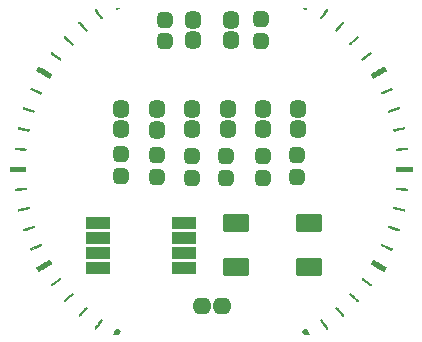
<source format=gts>
G04 #@! TF.GenerationSoftware,KiCad,Pcbnew,(6.0.1)*
G04 #@! TF.CreationDate,2022-05-01T16:09:43+05:30*
G04 #@! TF.ProjectId,BCD watch V1.0,42434420-7761-4746-9368-2056312e302e,rev?*
G04 #@! TF.SameCoordinates,Original*
G04 #@! TF.FileFunction,Soldermask,Top*
G04 #@! TF.FilePolarity,Negative*
%FSLAX46Y46*%
G04 Gerber Fmt 4.6, Leading zero omitted, Abs format (unit mm)*
G04 Created by KiCad (PCBNEW (6.0.1)) date 2022-05-01 16:09:43*
%MOMM*%
%LPD*%
G01*
G04 APERTURE LIST*
G04 Aperture macros list*
%AMRoundRect*
0 Rectangle with rounded corners*
0 $1 Rounding radius*
0 $2 $3 $4 $5 $6 $7 $8 $9 X,Y pos of 4 corners*
0 Add a 4 corners polygon primitive as box body*
4,1,4,$2,$3,$4,$5,$6,$7,$8,$9,$2,$3,0*
0 Add four circle primitives for the rounded corners*
1,1,$1+$1,$2,$3*
1,1,$1+$1,$4,$5*
1,1,$1+$1,$6,$7*
1,1,$1+$1,$8,$9*
0 Add four rect primitives between the rounded corners*
20,1,$1+$1,$2,$3,$4,$5,0*
20,1,$1+$1,$4,$5,$6,$7,0*
20,1,$1+$1,$6,$7,$8,$9,0*
20,1,$1+$1,$8,$9,$2,$3,0*%
G04 Aperture macros list end*
%ADD10C,0.010000*%
%ADD11RoundRect,0.437500X0.237500X-0.250000X0.237500X0.250000X-0.237500X0.250000X-0.237500X-0.250000X0*%
%ADD12RoundRect,0.437500X-0.287500X-0.237500X0.287500X-0.237500X0.287500X0.237500X-0.287500X0.237500X0*%
%ADD13RoundRect,0.437500X0.237500X-0.287500X0.237500X0.287500X-0.237500X0.287500X-0.237500X-0.287500X0*%
%ADD14RoundRect,0.200000X-0.900000X-0.550000X0.900000X-0.550000X0.900000X0.550000X-0.900000X0.550000X0*%
%ADD15RoundRect,0.200000X-0.850000X-0.325000X0.850000X-0.325000X0.850000X0.325000X-0.850000X0.325000X0*%
%ADD16RoundRect,0.437500X-0.237500X0.250000X-0.237500X-0.250000X0.237500X-0.250000X0.237500X0.250000X0*%
G04 APERTURE END LIST*
D10*
G04 #@! TO.C,G\u002A\u002A\u002A*
X82490934Y-55632007D02*
X81859461Y-55632007D01*
X81859461Y-55632007D02*
X81700015Y-55631551D01*
X81700015Y-55631551D02*
X81554417Y-55630261D01*
X81554417Y-55630261D02*
X81428010Y-55628254D01*
X81428010Y-55628254D02*
X81326138Y-55625647D01*
X81326138Y-55625647D02*
X81254144Y-55622556D01*
X81254144Y-55622556D02*
X81217374Y-55619099D01*
X81217374Y-55619099D02*
X81213878Y-55617896D01*
X81213878Y-55617896D02*
X81207392Y-55591544D01*
X81207392Y-55591544D02*
X81202478Y-55533753D01*
X81202478Y-55533753D02*
X81199944Y-55455414D01*
X81199944Y-55455414D02*
X81199767Y-55427396D01*
X81199767Y-55427396D02*
X81199767Y-55251007D01*
X81199767Y-55251007D02*
X82490934Y-55251007D01*
X82490934Y-55251007D02*
X82490934Y-55632007D01*
X82490934Y-55632007D02*
X82490934Y-55632007D01*
G36*
X82490934Y-55632007D02*
G01*
X81859461Y-55632007D01*
X81700015Y-55631551D01*
X81554417Y-55630261D01*
X81428010Y-55628254D01*
X81326138Y-55625647D01*
X81254144Y-55622556D01*
X81217374Y-55619099D01*
X81213878Y-55617896D01*
X81207392Y-55591544D01*
X81202478Y-55533753D01*
X81199944Y-55455414D01*
X81199767Y-55427396D01*
X81199767Y-55251007D01*
X82490934Y-55251007D01*
X82490934Y-55632007D01*
G37*
X82490934Y-55632007D02*
X81859461Y-55632007D01*
X81700015Y-55631551D01*
X81554417Y-55630261D01*
X81428010Y-55628254D01*
X81326138Y-55625647D01*
X81254144Y-55622556D01*
X81217374Y-55619099D01*
X81213878Y-55617896D01*
X81207392Y-55591544D01*
X81202478Y-55533753D01*
X81199944Y-55455414D01*
X81199767Y-55427396D01*
X81199767Y-55251007D01*
X82490934Y-55251007D01*
X82490934Y-55632007D01*
X79008554Y-45598772D02*
X79010282Y-45600057D01*
X79010282Y-45600057D02*
X79036411Y-45634910D01*
X79036411Y-45634910D02*
X79040767Y-45652424D01*
X79040767Y-45652424D02*
X79024219Y-45672603D01*
X79024219Y-45672603D02*
X78977679Y-45713532D01*
X78977679Y-45713532D02*
X78905806Y-45771639D01*
X78905806Y-45771639D02*
X78813258Y-45843354D01*
X78813258Y-45843354D02*
X78704692Y-45925104D01*
X78704692Y-45925104D02*
X78584767Y-46013320D01*
X78584767Y-46013320D02*
X78458140Y-46104428D01*
X78458140Y-46104428D02*
X78371513Y-46165561D01*
X78371513Y-46165561D02*
X78327547Y-46194529D01*
X78327547Y-46194529D02*
X78302023Y-46199802D01*
X78302023Y-46199802D02*
X78278702Y-46181961D01*
X78278702Y-46181961D02*
X78267095Y-46169304D01*
X78267095Y-46169304D02*
X78252466Y-46153270D01*
X78252466Y-46153270D02*
X78243800Y-46139174D01*
X78243800Y-46139174D02*
X78244689Y-46123621D01*
X78244689Y-46123621D02*
X78258723Y-46103214D01*
X78258723Y-46103214D02*
X78289496Y-46074556D01*
X78289496Y-46074556D02*
X78340600Y-46034250D01*
X78340600Y-46034250D02*
X78415625Y-45978901D01*
X78415625Y-45978901D02*
X78518164Y-45905112D01*
X78518164Y-45905112D02*
X78634573Y-45821825D01*
X78634573Y-45821825D02*
X78755969Y-45735730D01*
X78755969Y-45735730D02*
X78847949Y-45672620D01*
X78847949Y-45672620D02*
X78914857Y-45629931D01*
X78914857Y-45629931D02*
X78961033Y-45605102D01*
X78961033Y-45605102D02*
X78990818Y-45595570D01*
X78990818Y-45595570D02*
X79008554Y-45598772D01*
X79008554Y-45598772D02*
X79008554Y-45598772D01*
G36*
X79008554Y-45598772D02*
G01*
X79010282Y-45600057D01*
X79036411Y-45634910D01*
X79040767Y-45652424D01*
X79024219Y-45672603D01*
X78977679Y-45713532D01*
X78905806Y-45771639D01*
X78813258Y-45843354D01*
X78704692Y-45925104D01*
X78584767Y-46013320D01*
X78458140Y-46104428D01*
X78371513Y-46165561D01*
X78327547Y-46194529D01*
X78302023Y-46199802D01*
X78278702Y-46181961D01*
X78267095Y-46169304D01*
X78252466Y-46153270D01*
X78243800Y-46139174D01*
X78244689Y-46123621D01*
X78258723Y-46103214D01*
X78289496Y-46074556D01*
X78340600Y-46034250D01*
X78415625Y-45978901D01*
X78518164Y-45905112D01*
X78634573Y-45821825D01*
X78755969Y-45735730D01*
X78847949Y-45672620D01*
X78914857Y-45629931D01*
X78961033Y-45605102D01*
X78990818Y-45595570D01*
X79008554Y-45598772D01*
G37*
X79008554Y-45598772D02*
X79010282Y-45600057D01*
X79036411Y-45634910D01*
X79040767Y-45652424D01*
X79024219Y-45672603D01*
X78977679Y-45713532D01*
X78905806Y-45771639D01*
X78813258Y-45843354D01*
X78704692Y-45925104D01*
X78584767Y-46013320D01*
X78458140Y-46104428D01*
X78371513Y-46165561D01*
X78327547Y-46194529D01*
X78302023Y-46199802D01*
X78278702Y-46181961D01*
X78267095Y-46169304D01*
X78252466Y-46153270D01*
X78243800Y-46139174D01*
X78244689Y-46123621D01*
X78258723Y-46103214D01*
X78289496Y-46074556D01*
X78340600Y-46034250D01*
X78415625Y-45978901D01*
X78518164Y-45905112D01*
X78634573Y-45821825D01*
X78755969Y-45735730D01*
X78847949Y-45672620D01*
X78914857Y-45629931D01*
X78961033Y-45605102D01*
X78990818Y-45595570D01*
X79008554Y-45598772D01*
X52711137Y-64705519D02*
X52738142Y-64730312D01*
X52738142Y-64730312D02*
X52748325Y-64744467D01*
X52748325Y-64744467D02*
X52749482Y-64759714D01*
X52749482Y-64759714D02*
X52737710Y-64779633D01*
X52737710Y-64779633D02*
X52709108Y-64807806D01*
X52709108Y-64807806D02*
X52659773Y-64847815D01*
X52659773Y-64847815D02*
X52585803Y-64903239D01*
X52585803Y-64903239D02*
X52483295Y-64977659D01*
X52483295Y-64977659D02*
X52415358Y-65026535D01*
X52415358Y-65026535D02*
X52306255Y-65104423D01*
X52306255Y-65104423D02*
X52207420Y-65174038D01*
X52207420Y-65174038D02*
X52124490Y-65231486D01*
X52124490Y-65231486D02*
X52063100Y-65272874D01*
X52063100Y-65272874D02*
X52028888Y-65294306D01*
X52028888Y-65294306D02*
X52025159Y-65296122D01*
X52025159Y-65296122D02*
X51989785Y-65289926D01*
X51989785Y-65289926D02*
X51971042Y-65267403D01*
X51971042Y-65267403D02*
X51961830Y-65230620D01*
X51961830Y-65230620D02*
X51983770Y-65195531D01*
X51983770Y-65195531D02*
X51995877Y-65183998D01*
X51995877Y-65183998D02*
X52034040Y-65152575D01*
X52034040Y-65152575D02*
X52096180Y-65104865D01*
X52096180Y-65104865D02*
X52175852Y-65045488D01*
X52175852Y-65045488D02*
X52266611Y-64979066D01*
X52266611Y-64979066D02*
X52362012Y-64910219D01*
X52362012Y-64910219D02*
X52455609Y-64843568D01*
X52455609Y-64843568D02*
X52540958Y-64783733D01*
X52540958Y-64783733D02*
X52611615Y-64735337D01*
X52611615Y-64735337D02*
X52661133Y-64702999D01*
X52661133Y-64702999D02*
X52683015Y-64691340D01*
X52683015Y-64691340D02*
X52711137Y-64705519D01*
X52711137Y-64705519D02*
X52711137Y-64705519D01*
G36*
X52711137Y-64705519D02*
G01*
X52738142Y-64730312D01*
X52748325Y-64744467D01*
X52749482Y-64759714D01*
X52737710Y-64779633D01*
X52709108Y-64807806D01*
X52659773Y-64847815D01*
X52585803Y-64903239D01*
X52483295Y-64977659D01*
X52415358Y-65026535D01*
X52306255Y-65104423D01*
X52207420Y-65174038D01*
X52124490Y-65231486D01*
X52063100Y-65272874D01*
X52028888Y-65294306D01*
X52025159Y-65296122D01*
X51989785Y-65289926D01*
X51971042Y-65267403D01*
X51961830Y-65230620D01*
X51983770Y-65195531D01*
X51995877Y-65183998D01*
X52034040Y-65152575D01*
X52096180Y-65104865D01*
X52175852Y-65045488D01*
X52266611Y-64979066D01*
X52362012Y-64910219D01*
X52455609Y-64843568D01*
X52540958Y-64783733D01*
X52611615Y-64735337D01*
X52661133Y-64702999D01*
X52683015Y-64691340D01*
X52711137Y-64705519D01*
G37*
X52711137Y-64705519D02*
X52738142Y-64730312D01*
X52748325Y-64744467D01*
X52749482Y-64759714D01*
X52737710Y-64779633D01*
X52709108Y-64807806D01*
X52659773Y-64847815D01*
X52585803Y-64903239D01*
X52483295Y-64977659D01*
X52415358Y-65026535D01*
X52306255Y-65104423D01*
X52207420Y-65174038D01*
X52124490Y-65231486D01*
X52063100Y-65272874D01*
X52028888Y-65294306D01*
X52025159Y-65296122D01*
X51989785Y-65289926D01*
X51971042Y-65267403D01*
X51961830Y-65230620D01*
X51983770Y-65195531D01*
X51995877Y-65183998D01*
X52034040Y-65152575D01*
X52096180Y-65104865D01*
X52175852Y-65045488D01*
X52266611Y-64979066D01*
X52362012Y-64910219D01*
X52455609Y-64843568D01*
X52540958Y-64783733D01*
X52611615Y-64735337D01*
X52661133Y-64702999D01*
X52683015Y-64691340D01*
X52711137Y-64705519D01*
X77964299Y-44301465D02*
X77661158Y-44573225D01*
X77661158Y-44573225D02*
X77563608Y-44660635D01*
X77563608Y-44660635D02*
X77474348Y-44740539D01*
X77474348Y-44740539D02*
X77399164Y-44807764D01*
X77399164Y-44807764D02*
X77343842Y-44857137D01*
X77343842Y-44857137D02*
X77314168Y-44883483D01*
X77314168Y-44883483D02*
X77313970Y-44883658D01*
X77313970Y-44883658D02*
X77280453Y-44909045D01*
X77280453Y-44909045D02*
X77256706Y-44904973D01*
X77256706Y-44904973D02*
X77229303Y-44877437D01*
X77229303Y-44877437D02*
X77208432Y-44851839D01*
X77208432Y-44851839D02*
X77204977Y-44830715D01*
X77204977Y-44830715D02*
X77223254Y-44804265D01*
X77223254Y-44804265D02*
X77267581Y-44762690D01*
X77267581Y-44762690D02*
X77287718Y-44744817D01*
X77287718Y-44744817D02*
X77339342Y-44698944D01*
X77339342Y-44698944D02*
X77413885Y-44632521D01*
X77413885Y-44632521D02*
X77502726Y-44553235D01*
X77502726Y-44553235D02*
X77597248Y-44468778D01*
X77597248Y-44468778D02*
X77633027Y-44436779D01*
X77633027Y-44436779D02*
X77879302Y-44216468D01*
X77879302Y-44216468D02*
X77964299Y-44301465D01*
X77964299Y-44301465D02*
X77964299Y-44301465D01*
G36*
X77964299Y-44301465D02*
G01*
X77661158Y-44573225D01*
X77563608Y-44660635D01*
X77474348Y-44740539D01*
X77399164Y-44807764D01*
X77343842Y-44857137D01*
X77314168Y-44883483D01*
X77313970Y-44883658D01*
X77280453Y-44909045D01*
X77256706Y-44904973D01*
X77229303Y-44877437D01*
X77208432Y-44851839D01*
X77204977Y-44830715D01*
X77223254Y-44804265D01*
X77267581Y-44762690D01*
X77287718Y-44744817D01*
X77339342Y-44698944D01*
X77413885Y-44632521D01*
X77502726Y-44553235D01*
X77597248Y-44468778D01*
X77633027Y-44436779D01*
X77879302Y-44216468D01*
X77964299Y-44301465D01*
G37*
X77964299Y-44301465D02*
X77661158Y-44573225D01*
X77563608Y-44660635D01*
X77474348Y-44740539D01*
X77399164Y-44807764D01*
X77343842Y-44857137D01*
X77314168Y-44883483D01*
X77313970Y-44883658D01*
X77280453Y-44909045D01*
X77256706Y-44904973D01*
X77229303Y-44877437D01*
X77208432Y-44851839D01*
X77204977Y-44830715D01*
X77223254Y-44804265D01*
X77267581Y-44762690D01*
X77287718Y-44744817D01*
X77339342Y-44698944D01*
X77413885Y-44632521D01*
X77502726Y-44553235D01*
X77597248Y-44468778D01*
X77633027Y-44436779D01*
X77879302Y-44216468D01*
X77964299Y-44301465D01*
X51803846Y-63168191D02*
X51839954Y-63207373D01*
X51839954Y-63207373D02*
X51880480Y-63264099D01*
X51880480Y-63264099D02*
X51918860Y-63327877D01*
X51918860Y-63327877D02*
X51948534Y-63388214D01*
X51948534Y-63388214D02*
X51962938Y-63434620D01*
X51962938Y-63434620D02*
X51962062Y-63450182D01*
X51962062Y-63450182D02*
X51940942Y-63469210D01*
X51940942Y-63469210D02*
X51888553Y-63505430D01*
X51888553Y-63505430D02*
X51810636Y-63555477D01*
X51810636Y-63555477D02*
X51712928Y-63615985D01*
X51712928Y-63615985D02*
X51601170Y-63683592D01*
X51601170Y-63683592D02*
X51481100Y-63754931D01*
X51481100Y-63754931D02*
X51358457Y-63826637D01*
X51358457Y-63826637D02*
X51238981Y-63895348D01*
X51238981Y-63895348D02*
X51128410Y-63957696D01*
X51128410Y-63957696D02*
X51032485Y-64010319D01*
X51032485Y-64010319D02*
X50956942Y-64049850D01*
X50956942Y-64049850D02*
X50907523Y-64072926D01*
X50907523Y-64072926D02*
X50892054Y-64077507D01*
X50892054Y-64077507D02*
X50869237Y-64060801D01*
X50869237Y-64060801D02*
X50832316Y-64016716D01*
X50832316Y-64016716D02*
X50788753Y-63954300D01*
X50788753Y-63954300D02*
X50782930Y-63945215D01*
X50782930Y-63945215D02*
X50742068Y-63878075D01*
X50742068Y-63878075D02*
X50712144Y-63823705D01*
X50712144Y-63823705D02*
X50698979Y-63792765D01*
X50698979Y-63792765D02*
X50698801Y-63791138D01*
X50698801Y-63791138D02*
X50716243Y-63776751D01*
X50716243Y-63776751D02*
X50764963Y-63744705D01*
X50764963Y-63744705D02*
X50839428Y-63698250D01*
X50839428Y-63698250D02*
X50934106Y-63640632D01*
X50934106Y-63640632D02*
X51043465Y-63575102D01*
X51043465Y-63575102D02*
X51161971Y-63504907D01*
X51161971Y-63504907D02*
X51284093Y-63433296D01*
X51284093Y-63433296D02*
X51404298Y-63363517D01*
X51404298Y-63363517D02*
X51517054Y-63298819D01*
X51517054Y-63298819D02*
X51616827Y-63242451D01*
X51616827Y-63242451D02*
X51698087Y-63197660D01*
X51698087Y-63197660D02*
X51755299Y-63167696D01*
X51755299Y-63167696D02*
X51778718Y-63157044D01*
X51778718Y-63157044D02*
X51803846Y-63168191D01*
X51803846Y-63168191D02*
X51803846Y-63168191D01*
G36*
X51803846Y-63168191D02*
G01*
X51839954Y-63207373D01*
X51880480Y-63264099D01*
X51918860Y-63327877D01*
X51948534Y-63388214D01*
X51962938Y-63434620D01*
X51962062Y-63450182D01*
X51940942Y-63469210D01*
X51888553Y-63505430D01*
X51810636Y-63555477D01*
X51712928Y-63615985D01*
X51601170Y-63683592D01*
X51481100Y-63754931D01*
X51358457Y-63826637D01*
X51238981Y-63895348D01*
X51128410Y-63957696D01*
X51032485Y-64010319D01*
X50956942Y-64049850D01*
X50907523Y-64072926D01*
X50892054Y-64077507D01*
X50869237Y-64060801D01*
X50832316Y-64016716D01*
X50788753Y-63954300D01*
X50782930Y-63945215D01*
X50742068Y-63878075D01*
X50712144Y-63823705D01*
X50698979Y-63792765D01*
X50698801Y-63791138D01*
X50716243Y-63776751D01*
X50764963Y-63744705D01*
X50839428Y-63698250D01*
X50934106Y-63640632D01*
X51043465Y-63575102D01*
X51161971Y-63504907D01*
X51284093Y-63433296D01*
X51404298Y-63363517D01*
X51517054Y-63298819D01*
X51616827Y-63242451D01*
X51698087Y-63197660D01*
X51755299Y-63167696D01*
X51778718Y-63157044D01*
X51803846Y-63168191D01*
G37*
X51803846Y-63168191D02*
X51839954Y-63207373D01*
X51880480Y-63264099D01*
X51918860Y-63327877D01*
X51948534Y-63388214D01*
X51962938Y-63434620D01*
X51962062Y-63450182D01*
X51940942Y-63469210D01*
X51888553Y-63505430D01*
X51810636Y-63555477D01*
X51712928Y-63615985D01*
X51601170Y-63683592D01*
X51481100Y-63754931D01*
X51358457Y-63826637D01*
X51238981Y-63895348D01*
X51128410Y-63957696D01*
X51032485Y-64010319D01*
X50956942Y-64049850D01*
X50907523Y-64072926D01*
X50892054Y-64077507D01*
X50869237Y-64060801D01*
X50832316Y-64016716D01*
X50788753Y-63954300D01*
X50782930Y-63945215D01*
X50742068Y-63878075D01*
X50712144Y-63823705D01*
X50698979Y-63792765D01*
X50698801Y-63791138D01*
X50716243Y-63776751D01*
X50764963Y-63744705D01*
X50839428Y-63698250D01*
X50934106Y-63640632D01*
X51043465Y-63575102D01*
X51161971Y-63504907D01*
X51284093Y-63433296D01*
X51404298Y-63363517D01*
X51517054Y-63298819D01*
X51616827Y-63242451D01*
X51698087Y-63197660D01*
X51755299Y-63167696D01*
X51778718Y-63157044D01*
X51803846Y-63168191D01*
X81826049Y-51934665D02*
X81845716Y-51946957D01*
X81845716Y-51946957D02*
X81853917Y-51967702D01*
X81853917Y-51967702D02*
X81855609Y-51993456D01*
X81855609Y-51993456D02*
X81846389Y-52010007D01*
X81846389Y-52010007D02*
X81814830Y-52026804D01*
X81814830Y-52026804D02*
X81755578Y-52045679D01*
X81755578Y-52045679D02*
X81663274Y-52068461D01*
X81663274Y-52068461D02*
X81586059Y-52085575D01*
X81586059Y-52085575D02*
X81463579Y-52112046D01*
X81463579Y-52112046D02*
X81336333Y-52139600D01*
X81336333Y-52139600D02*
X81220342Y-52164767D01*
X81220342Y-52164767D02*
X81140278Y-52182187D01*
X81140278Y-52182187D02*
X80964372Y-52220544D01*
X80964372Y-52220544D02*
X80941048Y-52169353D01*
X80941048Y-52169353D02*
X80927243Y-52127921D01*
X80927243Y-52127921D02*
X80928265Y-52107620D01*
X80928265Y-52107620D02*
X80951210Y-52100327D01*
X80951210Y-52100327D02*
X81009415Y-52085894D01*
X81009415Y-52085894D02*
X81096683Y-52065738D01*
X81096683Y-52065738D02*
X81206815Y-52041280D01*
X81206815Y-52041280D02*
X81333614Y-52013940D01*
X81333614Y-52013940D02*
X81381444Y-52003814D01*
X81381444Y-52003814D02*
X81533132Y-51972207D01*
X81533132Y-51972207D02*
X81648457Y-51949598D01*
X81648457Y-51949598D02*
X81732399Y-51935877D01*
X81732399Y-51935877D02*
X81789936Y-51930936D01*
X81789936Y-51930936D02*
X81826049Y-51934665D01*
X81826049Y-51934665D02*
X81826049Y-51934665D01*
G36*
X81826049Y-51934665D02*
G01*
X81845716Y-51946957D01*
X81853917Y-51967702D01*
X81855609Y-51993456D01*
X81846389Y-52010007D01*
X81814830Y-52026804D01*
X81755578Y-52045679D01*
X81663274Y-52068461D01*
X81586059Y-52085575D01*
X81463579Y-52112046D01*
X81336333Y-52139600D01*
X81220342Y-52164767D01*
X81140278Y-52182187D01*
X80964372Y-52220544D01*
X80941048Y-52169353D01*
X80927243Y-52127921D01*
X80928265Y-52107620D01*
X80951210Y-52100327D01*
X81009415Y-52085894D01*
X81096683Y-52065738D01*
X81206815Y-52041280D01*
X81333614Y-52013940D01*
X81381444Y-52003814D01*
X81533132Y-51972207D01*
X81648457Y-51949598D01*
X81732399Y-51935877D01*
X81789936Y-51930936D01*
X81826049Y-51934665D01*
G37*
X81826049Y-51934665D02*
X81845716Y-51946957D01*
X81853917Y-51967702D01*
X81855609Y-51993456D01*
X81846389Y-52010007D01*
X81814830Y-52026804D01*
X81755578Y-52045679D01*
X81663274Y-52068461D01*
X81586059Y-52085575D01*
X81463579Y-52112046D01*
X81336333Y-52139600D01*
X81220342Y-52164767D01*
X81140278Y-52182187D01*
X80964372Y-52220544D01*
X80941048Y-52169353D01*
X80927243Y-52127921D01*
X80928265Y-52107620D01*
X80951210Y-52100327D01*
X81009415Y-52085894D01*
X81096683Y-52065738D01*
X81206815Y-52041280D01*
X81333614Y-52013940D01*
X81381444Y-52003814D01*
X81533132Y-51972207D01*
X81648457Y-51949598D01*
X81732399Y-51935877D01*
X81789936Y-51930936D01*
X81826049Y-51934665D01*
X57561892Y-41810834D02*
X57694184Y-41811495D01*
X57694184Y-41811495D02*
X57609517Y-41863642D01*
X57609517Y-41863642D02*
X57541611Y-41901416D01*
X57541611Y-41901416D02*
X57497511Y-41913145D01*
X57497511Y-41913145D02*
X57468170Y-41899486D01*
X57468170Y-41899486D02*
X57451512Y-41875065D01*
X57451512Y-41875065D02*
X57435428Y-41840967D01*
X57435428Y-41840967D02*
X57437688Y-41821602D01*
X57437688Y-41821602D02*
X57465304Y-41812890D01*
X57465304Y-41812890D02*
X57525285Y-41810753D01*
X57525285Y-41810753D02*
X57561892Y-41810834D01*
X57561892Y-41810834D02*
X57561892Y-41810834D01*
G36*
X57561892Y-41810834D02*
G01*
X57694184Y-41811495D01*
X57609517Y-41863642D01*
X57541611Y-41901416D01*
X57497511Y-41913145D01*
X57468170Y-41899486D01*
X57451512Y-41875065D01*
X57435428Y-41840967D01*
X57437688Y-41821602D01*
X57465304Y-41812890D01*
X57525285Y-41810753D01*
X57561892Y-41810834D01*
G37*
X57561892Y-41810834D02*
X57694184Y-41811495D01*
X57609517Y-41863642D01*
X57541611Y-41901416D01*
X57497511Y-41913145D01*
X57468170Y-41899486D01*
X57451512Y-41875065D01*
X57435428Y-41840967D01*
X57437688Y-41821602D01*
X57465304Y-41812890D01*
X57525285Y-41810753D01*
X57561892Y-41810834D01*
X53116167Y-44233750D02*
X53141880Y-44245617D01*
X53141880Y-44245617D02*
X53179246Y-44272129D01*
X53179246Y-44272129D02*
X53232364Y-44316130D01*
X53232364Y-44316130D02*
X53305335Y-44380467D01*
X53305335Y-44380467D02*
X53402257Y-44467982D01*
X53402257Y-44467982D02*
X53502899Y-44559417D01*
X53502899Y-44559417D02*
X53608549Y-44655725D01*
X53608549Y-44655725D02*
X53686306Y-44727935D01*
X53686306Y-44727935D02*
X53739749Y-44780260D01*
X53739749Y-44780260D02*
X53772460Y-44816915D01*
X53772460Y-44816915D02*
X53788018Y-44842112D01*
X53788018Y-44842112D02*
X53790003Y-44860067D01*
X53790003Y-44860067D02*
X53781996Y-44874991D01*
X53781996Y-44874991D02*
X53776482Y-44881405D01*
X53776482Y-44881405D02*
X53744647Y-44911443D01*
X53744647Y-44911443D02*
X53727445Y-44920705D01*
X53727445Y-44920705D02*
X53708767Y-44906818D01*
X53708767Y-44906818D02*
X53663522Y-44868487D01*
X53663522Y-44868487D02*
X53596395Y-44809823D01*
X53596395Y-44809823D02*
X53512070Y-44734937D01*
X53512070Y-44734937D02*
X53415232Y-44647940D01*
X53415232Y-44647940D02*
X53371645Y-44608496D01*
X53371645Y-44608496D02*
X53259711Y-44506763D01*
X53259711Y-44506763D02*
X53175799Y-44429423D01*
X53175799Y-44429423D02*
X53116486Y-44372525D01*
X53116486Y-44372525D02*
X53078354Y-44332115D01*
X53078354Y-44332115D02*
X53057982Y-44304242D01*
X53057982Y-44304242D02*
X53051949Y-44284953D01*
X53051949Y-44284953D02*
X53056834Y-44270294D01*
X53056834Y-44270294D02*
X53067960Y-44257572D01*
X53067960Y-44257572D02*
X53083307Y-44242572D01*
X53083307Y-44242572D02*
X53098009Y-44233684D01*
X53098009Y-44233684D02*
X53116167Y-44233750D01*
X53116167Y-44233750D02*
X53116167Y-44233750D01*
G36*
X53116167Y-44233750D02*
G01*
X53141880Y-44245617D01*
X53179246Y-44272129D01*
X53232364Y-44316130D01*
X53305335Y-44380467D01*
X53402257Y-44467982D01*
X53502899Y-44559417D01*
X53608549Y-44655725D01*
X53686306Y-44727935D01*
X53739749Y-44780260D01*
X53772460Y-44816915D01*
X53788018Y-44842112D01*
X53790003Y-44860067D01*
X53781996Y-44874991D01*
X53776482Y-44881405D01*
X53744647Y-44911443D01*
X53727445Y-44920705D01*
X53708767Y-44906818D01*
X53663522Y-44868487D01*
X53596395Y-44809823D01*
X53512070Y-44734937D01*
X53415232Y-44647940D01*
X53371645Y-44608496D01*
X53259711Y-44506763D01*
X53175799Y-44429423D01*
X53116486Y-44372525D01*
X53078354Y-44332115D01*
X53057982Y-44304242D01*
X53051949Y-44284953D01*
X53056834Y-44270294D01*
X53067960Y-44257572D01*
X53083307Y-44242572D01*
X53098009Y-44233684D01*
X53116167Y-44233750D01*
G37*
X53116167Y-44233750D02*
X53141880Y-44245617D01*
X53179246Y-44272129D01*
X53232364Y-44316130D01*
X53305335Y-44380467D01*
X53402257Y-44467982D01*
X53502899Y-44559417D01*
X53608549Y-44655725D01*
X53686306Y-44727935D01*
X53739749Y-44780260D01*
X53772460Y-44816915D01*
X53788018Y-44842112D01*
X53790003Y-44860067D01*
X53781996Y-44874991D01*
X53776482Y-44881405D01*
X53744647Y-44911443D01*
X53727445Y-44920705D01*
X53708767Y-44906818D01*
X53663522Y-44868487D01*
X53596395Y-44809823D01*
X53512070Y-44734937D01*
X53415232Y-44647940D01*
X53371645Y-44608496D01*
X53259711Y-44506763D01*
X53175799Y-44429423D01*
X53116486Y-44372525D01*
X53078354Y-44332115D01*
X53057982Y-44304242D01*
X53051949Y-44284953D01*
X53056834Y-44270294D01*
X53067960Y-44257572D01*
X53083307Y-44242572D01*
X53098009Y-44233684D01*
X53116167Y-44233750D01*
X79223195Y-63154792D02*
X79252822Y-63169650D01*
X79252822Y-63169650D02*
X79312422Y-63202236D01*
X79312422Y-63202236D02*
X79396173Y-63249181D01*
X79396173Y-63249181D02*
X79498252Y-63307119D01*
X79498252Y-63307119D02*
X79612835Y-63372684D01*
X79612835Y-63372684D02*
X79734101Y-63442508D01*
X79734101Y-63442508D02*
X79856226Y-63513225D01*
X79856226Y-63513225D02*
X79973387Y-63581469D01*
X79973387Y-63581469D02*
X80079761Y-63643871D01*
X80079761Y-63643871D02*
X80169526Y-63697066D01*
X80169526Y-63697066D02*
X80236859Y-63737686D01*
X80236859Y-63737686D02*
X80275936Y-63762365D01*
X80275936Y-63762365D02*
X80282889Y-63767504D01*
X80282889Y-63767504D02*
X80291427Y-63790329D01*
X80291427Y-63790329D02*
X80280510Y-63830014D01*
X80280510Y-63830014D02*
X80247683Y-63894068D01*
X80247683Y-63894068D02*
X80233431Y-63918757D01*
X80233431Y-63918757D02*
X80192350Y-63986347D01*
X80192350Y-63986347D02*
X80156642Y-64040820D01*
X80156642Y-64040820D02*
X80134308Y-64070065D01*
X80134308Y-64070065D02*
X80117190Y-64072346D01*
X80117190Y-64072346D02*
X80081069Y-64061035D01*
X80081069Y-64061035D02*
X80022814Y-64034551D01*
X80022814Y-64034551D02*
X79939292Y-63991315D01*
X79939292Y-63991315D02*
X79827369Y-63929747D01*
X79827369Y-63929747D02*
X79683912Y-63848267D01*
X79683912Y-63848267D02*
X79609616Y-63805482D01*
X79609616Y-63805482D02*
X79475284Y-63727691D01*
X79475284Y-63727691D02*
X79350930Y-63655323D01*
X79350930Y-63655323D02*
X79241899Y-63591518D01*
X79241899Y-63591518D02*
X79153534Y-63539413D01*
X79153534Y-63539413D02*
X79091180Y-63502146D01*
X79091180Y-63502146D02*
X79060193Y-63482863D01*
X79060193Y-63482863D02*
X79010838Y-63449136D01*
X79010838Y-63449136D02*
X79101751Y-63296106D01*
X79101751Y-63296106D02*
X79155559Y-63212036D01*
X79155559Y-63212036D02*
X79195166Y-63165422D01*
X79195166Y-63165422D02*
X79222143Y-63154436D01*
X79222143Y-63154436D02*
X79223195Y-63154792D01*
X79223195Y-63154792D02*
X79223195Y-63154792D01*
G36*
X79223195Y-63154792D02*
G01*
X79252822Y-63169650D01*
X79312422Y-63202236D01*
X79396173Y-63249181D01*
X79498252Y-63307119D01*
X79612835Y-63372684D01*
X79734101Y-63442508D01*
X79856226Y-63513225D01*
X79973387Y-63581469D01*
X80079761Y-63643871D01*
X80169526Y-63697066D01*
X80236859Y-63737686D01*
X80275936Y-63762365D01*
X80282889Y-63767504D01*
X80291427Y-63790329D01*
X80280510Y-63830014D01*
X80247683Y-63894068D01*
X80233431Y-63918757D01*
X80192350Y-63986347D01*
X80156642Y-64040820D01*
X80134308Y-64070065D01*
X80117190Y-64072346D01*
X80081069Y-64061035D01*
X80022814Y-64034551D01*
X79939292Y-63991315D01*
X79827369Y-63929747D01*
X79683912Y-63848267D01*
X79609616Y-63805482D01*
X79475284Y-63727691D01*
X79350930Y-63655323D01*
X79241899Y-63591518D01*
X79153534Y-63539413D01*
X79091180Y-63502146D01*
X79060193Y-63482863D01*
X79010838Y-63449136D01*
X79101751Y-63296106D01*
X79155559Y-63212036D01*
X79195166Y-63165422D01*
X79222143Y-63154436D01*
X79223195Y-63154792D01*
G37*
X79223195Y-63154792D02*
X79252822Y-63169650D01*
X79312422Y-63202236D01*
X79396173Y-63249181D01*
X79498252Y-63307119D01*
X79612835Y-63372684D01*
X79734101Y-63442508D01*
X79856226Y-63513225D01*
X79973387Y-63581469D01*
X80079761Y-63643871D01*
X80169526Y-63697066D01*
X80236859Y-63737686D01*
X80275936Y-63762365D01*
X80282889Y-63767504D01*
X80291427Y-63790329D01*
X80280510Y-63830014D01*
X80247683Y-63894068D01*
X80233431Y-63918757D01*
X80192350Y-63986347D01*
X80156642Y-64040820D01*
X80134308Y-64070065D01*
X80117190Y-64072346D01*
X80081069Y-64061035D01*
X80022814Y-64034551D01*
X79939292Y-63991315D01*
X79827369Y-63929747D01*
X79683912Y-63848267D01*
X79609616Y-63805482D01*
X79475284Y-63727691D01*
X79350930Y-63655323D01*
X79241899Y-63591518D01*
X79153534Y-63539413D01*
X79091180Y-63502146D01*
X79060193Y-63482863D01*
X79010838Y-63449136D01*
X79101751Y-63296106D01*
X79155559Y-63212036D01*
X79195166Y-63165422D01*
X79222143Y-63154436D01*
X79223195Y-63154792D01*
X73526070Y-41810816D02*
X73561965Y-41815098D01*
X73561965Y-41815098D02*
X73570540Y-41826552D01*
X73570540Y-41826552D02*
X73559303Y-41848712D01*
X73559303Y-41848712D02*
X73554079Y-41856638D01*
X73554079Y-41856638D02*
X73523456Y-41894835D01*
X73523456Y-41894835D02*
X73491834Y-41906357D01*
X73491834Y-41906357D02*
X73446018Y-41892583D01*
X73446018Y-41892583D02*
X73405142Y-41872177D01*
X73405142Y-41872177D02*
X73356354Y-41844313D01*
X73356354Y-41844313D02*
X73328370Y-41824179D01*
X73328370Y-41824179D02*
X73325767Y-41820251D01*
X73325767Y-41820251D02*
X73345022Y-41814982D01*
X73345022Y-41814982D02*
X73395153Y-41811334D01*
X73395153Y-41811334D02*
X73455349Y-41810174D01*
X73455349Y-41810174D02*
X73526070Y-41810816D01*
X73526070Y-41810816D02*
X73526070Y-41810816D01*
G36*
X73526070Y-41810816D02*
G01*
X73561965Y-41815098D01*
X73570540Y-41826552D01*
X73559303Y-41848712D01*
X73554079Y-41856638D01*
X73523456Y-41894835D01*
X73491834Y-41906357D01*
X73446018Y-41892583D01*
X73405142Y-41872177D01*
X73356354Y-41844313D01*
X73328370Y-41824179D01*
X73325767Y-41820251D01*
X73345022Y-41814982D01*
X73395153Y-41811334D01*
X73455349Y-41810174D01*
X73526070Y-41810816D01*
G37*
X73526070Y-41810816D02*
X73561965Y-41815098D01*
X73570540Y-41826552D01*
X73559303Y-41848712D01*
X73554079Y-41856638D01*
X73523456Y-41894835D01*
X73491834Y-41906357D01*
X73446018Y-41892583D01*
X73405142Y-41872177D01*
X73356354Y-41844313D01*
X73328370Y-41824179D01*
X73325767Y-41820251D01*
X73345022Y-41814982D01*
X73395153Y-41811334D01*
X73455349Y-41810174D01*
X73526070Y-41810816D01*
X81387729Y-50252914D02*
X81408910Y-50297148D01*
X81408910Y-50297148D02*
X81411434Y-50320257D01*
X81411434Y-50320257D02*
X81392451Y-50330455D01*
X81392451Y-50330455D02*
X81340216Y-50351155D01*
X81340216Y-50351155D02*
X81261798Y-50379967D01*
X81261798Y-50379967D02*
X81164266Y-50414498D01*
X81164266Y-50414498D02*
X81054689Y-50452357D01*
X81054689Y-50452357D02*
X80940137Y-50491151D01*
X80940137Y-50491151D02*
X80827678Y-50528490D01*
X80827678Y-50528490D02*
X80724382Y-50561980D01*
X80724382Y-50561980D02*
X80637318Y-50589231D01*
X80637318Y-50589231D02*
X80573555Y-50607850D01*
X80573555Y-50607850D02*
X80540162Y-50615446D01*
X80540162Y-50615446D02*
X80538825Y-50615507D01*
X80538825Y-50615507D02*
X80522567Y-50598085D01*
X80522567Y-50598085D02*
X80511174Y-50571043D01*
X80511174Y-50571043D02*
X80507106Y-50528762D01*
X80507106Y-50528762D02*
X80515039Y-50509868D01*
X80515039Y-50509868D02*
X80540537Y-50497940D01*
X80540537Y-50497940D02*
X80598907Y-50475969D01*
X80598907Y-50475969D02*
X80682587Y-50446437D01*
X80682587Y-50446437D02*
X80784010Y-50411826D01*
X80784010Y-50411826D02*
X80895612Y-50374619D01*
X80895612Y-50374619D02*
X81009830Y-50337299D01*
X81009830Y-50337299D02*
X81119097Y-50302349D01*
X81119097Y-50302349D02*
X81215851Y-50272252D01*
X81215851Y-50272252D02*
X81292526Y-50249488D01*
X81292526Y-50249488D02*
X81341557Y-50236543D01*
X81341557Y-50236543D02*
X81354061Y-50234507D01*
X81354061Y-50234507D02*
X81387729Y-50252914D01*
X81387729Y-50252914D02*
X81387729Y-50252914D01*
G36*
X81387729Y-50252914D02*
G01*
X81408910Y-50297148D01*
X81411434Y-50320257D01*
X81392451Y-50330455D01*
X81340216Y-50351155D01*
X81261798Y-50379967D01*
X81164266Y-50414498D01*
X81054689Y-50452357D01*
X80940137Y-50491151D01*
X80827678Y-50528490D01*
X80724382Y-50561980D01*
X80637318Y-50589231D01*
X80573555Y-50607850D01*
X80540162Y-50615446D01*
X80538825Y-50615507D01*
X80522567Y-50598085D01*
X80511174Y-50571043D01*
X80507106Y-50528762D01*
X80515039Y-50509868D01*
X80540537Y-50497940D01*
X80598907Y-50475969D01*
X80682587Y-50446437D01*
X80784010Y-50411826D01*
X80895612Y-50374619D01*
X81009830Y-50337299D01*
X81119097Y-50302349D01*
X81215851Y-50272252D01*
X81292526Y-50249488D01*
X81341557Y-50236543D01*
X81354061Y-50234507D01*
X81387729Y-50252914D01*
G37*
X81387729Y-50252914D02*
X81408910Y-50297148D01*
X81411434Y-50320257D01*
X81392451Y-50330455D01*
X81340216Y-50351155D01*
X81261798Y-50379967D01*
X81164266Y-50414498D01*
X81054689Y-50452357D01*
X80940137Y-50491151D01*
X80827678Y-50528490D01*
X80724382Y-50561980D01*
X80637318Y-50589231D01*
X80573555Y-50607850D01*
X80540162Y-50615446D01*
X80538825Y-50615507D01*
X80522567Y-50598085D01*
X80511174Y-50571043D01*
X80507106Y-50528762D01*
X80515039Y-50509868D01*
X80540537Y-50497940D01*
X80598907Y-50475969D01*
X80682587Y-50446437D01*
X80784010Y-50411826D01*
X80895612Y-50374619D01*
X81009830Y-50337299D01*
X81119097Y-50302349D01*
X81215851Y-50272252D01*
X81292526Y-50249488D01*
X81341557Y-50236543D01*
X81354061Y-50234507D01*
X81387729Y-50252914D01*
X79983513Y-61839121D02*
X80043826Y-61857883D01*
X80043826Y-61857883D02*
X80129882Y-61891387D01*
X80129882Y-61891387D02*
X80246221Y-61940642D01*
X80246221Y-61940642D02*
X80366256Y-61992990D01*
X80366256Y-61992990D02*
X80489824Y-62047341D01*
X80489824Y-62047341D02*
X80599685Y-62095924D01*
X80599685Y-62095924D02*
X80690141Y-62136200D01*
X80690141Y-62136200D02*
X80755492Y-62165626D01*
X80755492Y-62165626D02*
X80790042Y-62181662D01*
X80790042Y-62181662D02*
X80793965Y-62183760D01*
X80793965Y-62183760D02*
X80790355Y-62204580D01*
X80790355Y-62204580D02*
X80772699Y-62243779D01*
X80772699Y-62243779D02*
X80744486Y-62297626D01*
X80744486Y-62297626D02*
X80374168Y-62132944D01*
X80374168Y-62132944D02*
X80228087Y-62067849D01*
X80228087Y-62067849D02*
X80116205Y-62017473D01*
X80116205Y-62017473D02*
X80033982Y-61979458D01*
X80033982Y-61979458D02*
X79976881Y-61951447D01*
X79976881Y-61951447D02*
X79940363Y-61931084D01*
X79940363Y-61931084D02*
X79919888Y-61916009D01*
X79919888Y-61916009D02*
X79910920Y-61903867D01*
X79910920Y-61903867D02*
X79908919Y-61892301D01*
X79908919Y-61892301D02*
X79908924Y-61891304D01*
X79908924Y-61891304D02*
X79911649Y-61861191D01*
X79911649Y-61861191D02*
X79921963Y-61841784D01*
X79921963Y-61841784D02*
X79944404Y-61834091D01*
X79944404Y-61834091D02*
X79983513Y-61839121D01*
X79983513Y-61839121D02*
X79983513Y-61839121D01*
G36*
X79983513Y-61839121D02*
G01*
X80043826Y-61857883D01*
X80129882Y-61891387D01*
X80246221Y-61940642D01*
X80366256Y-61992990D01*
X80489824Y-62047341D01*
X80599685Y-62095924D01*
X80690141Y-62136200D01*
X80755492Y-62165626D01*
X80790042Y-62181662D01*
X80793965Y-62183760D01*
X80790355Y-62204580D01*
X80772699Y-62243779D01*
X80744486Y-62297626D01*
X80374168Y-62132944D01*
X80228087Y-62067849D01*
X80116205Y-62017473D01*
X80033982Y-61979458D01*
X79976881Y-61951447D01*
X79940363Y-61931084D01*
X79919888Y-61916009D01*
X79910920Y-61903867D01*
X79908919Y-61892301D01*
X79908924Y-61891304D01*
X79911649Y-61861191D01*
X79921963Y-61841784D01*
X79944404Y-61834091D01*
X79983513Y-61839121D01*
G37*
X79983513Y-61839121D02*
X80043826Y-61857883D01*
X80129882Y-61891387D01*
X80246221Y-61940642D01*
X80366256Y-61992990D01*
X80489824Y-62047341D01*
X80599685Y-62095924D01*
X80690141Y-62136200D01*
X80755492Y-62165626D01*
X80790042Y-62181662D01*
X80793965Y-62183760D01*
X80790355Y-62204580D01*
X80772699Y-62243779D01*
X80744486Y-62297626D01*
X80374168Y-62132944D01*
X80228087Y-62067849D01*
X80116205Y-62017473D01*
X80033982Y-61979458D01*
X79976881Y-61951447D01*
X79940363Y-61931084D01*
X79919888Y-61916009D01*
X79910920Y-61903867D01*
X79908919Y-61892301D01*
X79908924Y-61891304D01*
X79911649Y-61861191D01*
X79921963Y-61841784D01*
X79944404Y-61834091D01*
X79983513Y-61839121D01*
X50483915Y-60304721D02*
X50492795Y-60329967D01*
X50492795Y-60329967D02*
X50494656Y-60346380D01*
X50494656Y-60346380D02*
X50488102Y-60361688D01*
X50488102Y-60361688D02*
X50468736Y-60377786D01*
X50468736Y-60377786D02*
X50432159Y-60396573D01*
X50432159Y-60396573D02*
X50373973Y-60419945D01*
X50373973Y-60419945D02*
X50289781Y-60449800D01*
X50289781Y-60449800D02*
X50175184Y-60488036D01*
X50175184Y-60488036D02*
X50025785Y-60536550D01*
X50025785Y-60536550D02*
X49978934Y-60551649D01*
X49978934Y-60551649D02*
X49870364Y-60586630D01*
X49870364Y-60586630D02*
X49775219Y-60617327D01*
X49775219Y-60617327D02*
X49701190Y-60641255D01*
X49701190Y-60641255D02*
X49655975Y-60655927D01*
X49655975Y-60655927D02*
X49646642Y-60658994D01*
X49646642Y-60658994D02*
X49621217Y-60648774D01*
X49621217Y-60648774D02*
X49607425Y-60623900D01*
X49607425Y-60623900D02*
X49608517Y-60574096D01*
X49608517Y-60574096D02*
X49622216Y-60552703D01*
X49622216Y-60552703D02*
X49650106Y-60538169D01*
X49650106Y-60538169D02*
X49709947Y-60514374D01*
X49709947Y-60514374D02*
X49794347Y-60483721D01*
X49794347Y-60483721D02*
X49895912Y-60448613D01*
X49895912Y-60448613D02*
X50007248Y-60411454D01*
X50007248Y-60411454D02*
X50120961Y-60374648D01*
X50120961Y-60374648D02*
X50229657Y-60340598D01*
X50229657Y-60340598D02*
X50325943Y-60311707D01*
X50325943Y-60311707D02*
X50402424Y-60290378D01*
X50402424Y-60290378D02*
X50451706Y-60279016D01*
X50451706Y-60279016D02*
X50466198Y-60278356D01*
X50466198Y-60278356D02*
X50483915Y-60304721D01*
X50483915Y-60304721D02*
X50483915Y-60304721D01*
G36*
X50483915Y-60304721D02*
G01*
X50492795Y-60329967D01*
X50494656Y-60346380D01*
X50488102Y-60361688D01*
X50468736Y-60377786D01*
X50432159Y-60396573D01*
X50373973Y-60419945D01*
X50289781Y-60449800D01*
X50175184Y-60488036D01*
X50025785Y-60536550D01*
X49978934Y-60551649D01*
X49870364Y-60586630D01*
X49775219Y-60617327D01*
X49701190Y-60641255D01*
X49655975Y-60655927D01*
X49646642Y-60658994D01*
X49621217Y-60648774D01*
X49607425Y-60623900D01*
X49608517Y-60574096D01*
X49622216Y-60552703D01*
X49650106Y-60538169D01*
X49709947Y-60514374D01*
X49794347Y-60483721D01*
X49895912Y-60448613D01*
X50007248Y-60411454D01*
X50120961Y-60374648D01*
X50229657Y-60340598D01*
X50325943Y-60311707D01*
X50402424Y-60290378D01*
X50451706Y-60279016D01*
X50466198Y-60278356D01*
X50483915Y-60304721D01*
G37*
X50483915Y-60304721D02*
X50492795Y-60329967D01*
X50494656Y-60346380D01*
X50488102Y-60361688D01*
X50468736Y-60377786D01*
X50432159Y-60396573D01*
X50373973Y-60419945D01*
X50289781Y-60449800D01*
X50175184Y-60488036D01*
X50025785Y-60536550D01*
X49978934Y-60551649D01*
X49870364Y-60586630D01*
X49775219Y-60617327D01*
X49701190Y-60641255D01*
X49655975Y-60655927D01*
X49646642Y-60658994D01*
X49621217Y-60648774D01*
X49607425Y-60623900D01*
X49608517Y-60574096D01*
X49622216Y-60552703D01*
X49650106Y-60538169D01*
X49709947Y-60514374D01*
X49794347Y-60483721D01*
X49895912Y-60448613D01*
X50007248Y-60411454D01*
X50120961Y-60374648D01*
X50229657Y-60340598D01*
X50325943Y-60311707D01*
X50402424Y-60290378D01*
X50451706Y-60279016D01*
X50466198Y-60278356D01*
X50483915Y-60304721D01*
X81262721Y-57036904D02*
X81279142Y-57039009D01*
X81279142Y-57039009D02*
X81327525Y-57044663D01*
X81327525Y-57044663D02*
X81408641Y-57053331D01*
X81408641Y-57053331D02*
X81513077Y-57064042D01*
X81513077Y-57064042D02*
X81631421Y-57075822D01*
X81631421Y-57075822D02*
X81697184Y-57082226D01*
X81697184Y-57082226D02*
X81843435Y-57096495D01*
X81843435Y-57096495D02*
X81952777Y-57107962D01*
X81952777Y-57107962D02*
X82030441Y-57117857D01*
X82030441Y-57117857D02*
X82081657Y-57127408D01*
X82081657Y-57127408D02*
X82111658Y-57137844D01*
X82111658Y-57137844D02*
X82125674Y-57150394D01*
X82125674Y-57150394D02*
X82128938Y-57166285D01*
X82128938Y-57166285D02*
X82127183Y-57183213D01*
X82127183Y-57183213D02*
X82117618Y-57211600D01*
X82117618Y-57211600D02*
X82091893Y-57226282D01*
X82091893Y-57226282D02*
X82038710Y-57232272D01*
X82038710Y-57232272D02*
X82014684Y-57233154D01*
X82014684Y-57233154D02*
X81955987Y-57231723D01*
X81955987Y-57231723D02*
X81865819Y-57225722D01*
X81865819Y-57225722D02*
X81754692Y-57216015D01*
X81754692Y-57216015D02*
X81633116Y-57203466D01*
X81633116Y-57203466D02*
X81580767Y-57197474D01*
X81580767Y-57197474D02*
X81466120Y-57184043D01*
X81466120Y-57184043D02*
X81365441Y-57172453D01*
X81365441Y-57172453D02*
X81286638Y-57163597D01*
X81286638Y-57163597D02*
X81237618Y-57158371D01*
X81237618Y-57158371D02*
X81226225Y-57157368D01*
X81226225Y-57157368D02*
X81207218Y-57137712D01*
X81207218Y-57137712D02*
X81199767Y-57092257D01*
X81199767Y-57092257D02*
X81202647Y-57051078D01*
X81202647Y-57051078D02*
X81219517Y-57035387D01*
X81219517Y-57035387D02*
X81262721Y-57036904D01*
X81262721Y-57036904D02*
X81262721Y-57036904D01*
G36*
X81262721Y-57036904D02*
G01*
X81279142Y-57039009D01*
X81327525Y-57044663D01*
X81408641Y-57053331D01*
X81513077Y-57064042D01*
X81631421Y-57075822D01*
X81697184Y-57082226D01*
X81843435Y-57096495D01*
X81952777Y-57107962D01*
X82030441Y-57117857D01*
X82081657Y-57127408D01*
X82111658Y-57137844D01*
X82125674Y-57150394D01*
X82128938Y-57166285D01*
X82127183Y-57183213D01*
X82117618Y-57211600D01*
X82091893Y-57226282D01*
X82038710Y-57232272D01*
X82014684Y-57233154D01*
X81955987Y-57231723D01*
X81865819Y-57225722D01*
X81754692Y-57216015D01*
X81633116Y-57203466D01*
X81580767Y-57197474D01*
X81466120Y-57184043D01*
X81365441Y-57172453D01*
X81286638Y-57163597D01*
X81237618Y-57158371D01*
X81226225Y-57157368D01*
X81207218Y-57137712D01*
X81199767Y-57092257D01*
X81202647Y-57051078D01*
X81219517Y-57035387D01*
X81262721Y-57036904D01*
G37*
X81262721Y-57036904D02*
X81279142Y-57039009D01*
X81327525Y-57044663D01*
X81408641Y-57053331D01*
X81513077Y-57064042D01*
X81631421Y-57075822D01*
X81697184Y-57082226D01*
X81843435Y-57096495D01*
X81952777Y-57107962D01*
X82030441Y-57117857D01*
X82081657Y-57127408D01*
X82111658Y-57137844D01*
X82125674Y-57150394D01*
X82128938Y-57166285D01*
X82127183Y-57183213D01*
X82117618Y-57211600D01*
X82091893Y-57226282D01*
X82038710Y-57232272D01*
X82014684Y-57233154D01*
X81955987Y-57231723D01*
X81865819Y-57225722D01*
X81754692Y-57216015D01*
X81633116Y-57203466D01*
X81580767Y-57197474D01*
X81466120Y-57184043D01*
X81365441Y-57172453D01*
X81286638Y-57163597D01*
X81237618Y-57158371D01*
X81226225Y-57157368D01*
X81207218Y-57137712D01*
X81199767Y-57092257D01*
X81202647Y-57051078D01*
X81219517Y-57035387D01*
X81262721Y-57036904D01*
X57526662Y-68977206D02*
X57578606Y-69003432D01*
X57578606Y-69003432D02*
X57641394Y-69039129D01*
X57641394Y-69039129D02*
X57704139Y-69077739D01*
X57704139Y-69077739D02*
X57755954Y-69112707D01*
X57755954Y-69112707D02*
X57785952Y-69137474D01*
X57785952Y-69137474D02*
X57789434Y-69143455D01*
X57789434Y-69143455D02*
X57779875Y-69170634D01*
X57779875Y-69170634D02*
X57754858Y-69223075D01*
X57754858Y-69223075D02*
X57721048Y-69287113D01*
X57721048Y-69287113D02*
X57652662Y-69411507D01*
X57652662Y-69411507D02*
X57214481Y-69411507D01*
X57214481Y-69411507D02*
X57255710Y-69342715D01*
X57255710Y-69342715D02*
X57286276Y-69291298D01*
X57286276Y-69291298D02*
X57329756Y-69217643D01*
X57329756Y-69217643D02*
X57377706Y-69136064D01*
X57377706Y-69136064D02*
X57386849Y-69120465D01*
X57386849Y-69120465D02*
X57430110Y-69050363D01*
X57430110Y-69050363D02*
X57467164Y-68997070D01*
X57467164Y-68997070D02*
X57491877Y-68969178D01*
X57491877Y-68969178D02*
X57496450Y-68967007D01*
X57496450Y-68967007D02*
X57526662Y-68977206D01*
X57526662Y-68977206D02*
X57526662Y-68977206D01*
G36*
X57526662Y-68977206D02*
G01*
X57578606Y-69003432D01*
X57641394Y-69039129D01*
X57704139Y-69077739D01*
X57755954Y-69112707D01*
X57785952Y-69137474D01*
X57789434Y-69143455D01*
X57779875Y-69170634D01*
X57754858Y-69223075D01*
X57721048Y-69287113D01*
X57652662Y-69411507D01*
X57214481Y-69411507D01*
X57255710Y-69342715D01*
X57286276Y-69291298D01*
X57329756Y-69217643D01*
X57377706Y-69136064D01*
X57386849Y-69120465D01*
X57430110Y-69050363D01*
X57467164Y-68997070D01*
X57491877Y-68969178D01*
X57496450Y-68967007D01*
X57526662Y-68977206D01*
G37*
X57526662Y-68977206D02*
X57578606Y-69003432D01*
X57641394Y-69039129D01*
X57704139Y-69077739D01*
X57755954Y-69112707D01*
X57785952Y-69137474D01*
X57789434Y-69143455D01*
X57779875Y-69170634D01*
X57754858Y-69223075D01*
X57721048Y-69287113D01*
X57652662Y-69411507D01*
X57214481Y-69411507D01*
X57255710Y-69342715D01*
X57286276Y-69291298D01*
X57329756Y-69217643D01*
X57377706Y-69136064D01*
X57386849Y-69120465D01*
X57430110Y-69050363D01*
X57467164Y-68997070D01*
X57491877Y-68969178D01*
X57496450Y-68967007D01*
X57526662Y-68977206D01*
X56218286Y-68205743D02*
X56231087Y-68215276D01*
X56231087Y-68215276D02*
X56250983Y-68233549D01*
X56250983Y-68233549D02*
X56254751Y-68254019D01*
X56254751Y-68254019D02*
X56239619Y-68286582D01*
X56239619Y-68286582D02*
X56202814Y-68341131D01*
X56202814Y-68341131D02*
X56191240Y-68357478D01*
X56191240Y-68357478D02*
X56094088Y-68492817D01*
X56094088Y-68492817D02*
X56000601Y-68620211D01*
X56000601Y-68620211D02*
X55914111Y-68735358D01*
X55914111Y-68735358D02*
X55837953Y-68833957D01*
X55837953Y-68833957D02*
X55775460Y-68911708D01*
X55775460Y-68911708D02*
X55729965Y-68964308D01*
X55729965Y-68964308D02*
X55704802Y-68987456D01*
X55704802Y-68987456D02*
X55702462Y-68988174D01*
X55702462Y-68988174D02*
X55669272Y-68973457D01*
X55669272Y-68973457D02*
X55652726Y-68957780D01*
X55652726Y-68957780D02*
X55647208Y-68940027D01*
X55647208Y-68940027D02*
X55655212Y-68910790D01*
X55655212Y-68910790D02*
X55679549Y-68865097D01*
X55679549Y-68865097D02*
X55723027Y-68797978D01*
X55723027Y-68797978D02*
X55788454Y-68704459D01*
X55788454Y-68704459D02*
X55823123Y-68656155D01*
X55823123Y-68656155D02*
X55896994Y-68553723D01*
X55896994Y-68553723D02*
X55968357Y-68454752D01*
X55968357Y-68454752D02*
X56030712Y-68368258D01*
X56030712Y-68368258D02*
X56077559Y-68303258D01*
X56077559Y-68303258D02*
X56091158Y-68284382D01*
X56091158Y-68284382D02*
X56135613Y-68224515D01*
X56135613Y-68224515D02*
X56165268Y-68194589D01*
X56165268Y-68194589D02*
X56189650Y-68189900D01*
X56189650Y-68189900D02*
X56218286Y-68205743D01*
X56218286Y-68205743D02*
X56218286Y-68205743D01*
G36*
X56218286Y-68205743D02*
G01*
X56231087Y-68215276D01*
X56250983Y-68233549D01*
X56254751Y-68254019D01*
X56239619Y-68286582D01*
X56202814Y-68341131D01*
X56191240Y-68357478D01*
X56094088Y-68492817D01*
X56000601Y-68620211D01*
X55914111Y-68735358D01*
X55837953Y-68833957D01*
X55775460Y-68911708D01*
X55729965Y-68964308D01*
X55704802Y-68987456D01*
X55702462Y-68988174D01*
X55669272Y-68973457D01*
X55652726Y-68957780D01*
X55647208Y-68940027D01*
X55655212Y-68910790D01*
X55679549Y-68865097D01*
X55723027Y-68797978D01*
X55788454Y-68704459D01*
X55823123Y-68656155D01*
X55896994Y-68553723D01*
X55968357Y-68454752D01*
X56030712Y-68368258D01*
X56077559Y-68303258D01*
X56091158Y-68284382D01*
X56135613Y-68224515D01*
X56165268Y-68194589D01*
X56189650Y-68189900D01*
X56218286Y-68205743D01*
G37*
X56218286Y-68205743D02*
X56231087Y-68215276D01*
X56250983Y-68233549D01*
X56254751Y-68254019D01*
X56239619Y-68286582D01*
X56202814Y-68341131D01*
X56191240Y-68357478D01*
X56094088Y-68492817D01*
X56000601Y-68620211D01*
X55914111Y-68735358D01*
X55837953Y-68833957D01*
X55775460Y-68911708D01*
X55729965Y-68964308D01*
X55704802Y-68987456D01*
X55702462Y-68988174D01*
X55669272Y-68973457D01*
X55652726Y-68957780D01*
X55647208Y-68940027D01*
X55655212Y-68910790D01*
X55679549Y-68865097D01*
X55723027Y-68797978D01*
X55788454Y-68704459D01*
X55823123Y-68656155D01*
X55896994Y-68553723D01*
X55968357Y-68454752D01*
X56030712Y-68368258D01*
X56077559Y-68303258D01*
X56091158Y-68284382D01*
X56135613Y-68224515D01*
X56165268Y-68194589D01*
X56189650Y-68189900D01*
X56218286Y-68205743D01*
X52030478Y-45589778D02*
X52081028Y-45622599D01*
X52081028Y-45622599D02*
X52152611Y-45671814D01*
X52152611Y-45671814D02*
X52239087Y-45732936D01*
X52239087Y-45732936D02*
X52334314Y-45801475D01*
X52334314Y-45801475D02*
X52432151Y-45872944D01*
X52432151Y-45872944D02*
X52526456Y-45942854D01*
X52526456Y-45942854D02*
X52611087Y-46006716D01*
X52611087Y-46006716D02*
X52679904Y-46060042D01*
X52679904Y-46060042D02*
X52726764Y-46098343D01*
X52726764Y-46098343D02*
X52745527Y-46117132D01*
X52745527Y-46117132D02*
X52745629Y-46117590D01*
X52745629Y-46117590D02*
X52735445Y-46150658D01*
X52735445Y-46150658D02*
X52720346Y-46176460D01*
X52720346Y-46176460D02*
X52707291Y-46189567D01*
X52707291Y-46189567D02*
X52688791Y-46191907D01*
X52688791Y-46191907D02*
X52659047Y-46180545D01*
X52659047Y-46180545D02*
X52612262Y-46152544D01*
X52612262Y-46152544D02*
X52542635Y-46104966D01*
X52542635Y-46104966D02*
X52452978Y-46041064D01*
X52452978Y-46041064D02*
X52351537Y-45967839D01*
X52351537Y-45967839D02*
X52249553Y-45893615D01*
X52249553Y-45893615D02*
X52158381Y-45826691D01*
X52158381Y-45826691D02*
X52089376Y-45775368D01*
X52089376Y-45775368D02*
X52085017Y-45772082D01*
X52085017Y-45772082D02*
X52023174Y-45725423D01*
X52023174Y-45725423D02*
X51975908Y-45689821D01*
X51975908Y-45689821D02*
X51952080Y-45671951D01*
X51952080Y-45671951D02*
X51951010Y-45671165D01*
X51951010Y-45671165D02*
X51953148Y-45651095D01*
X51953148Y-45651095D02*
X51971092Y-45616766D01*
X51971092Y-45616766D02*
X51993759Y-45586617D01*
X51993759Y-45586617D02*
X52007104Y-45577840D01*
X52007104Y-45577840D02*
X52030478Y-45589778D01*
X52030478Y-45589778D02*
X52030478Y-45589778D01*
G36*
X52030478Y-45589778D02*
G01*
X52081028Y-45622599D01*
X52152611Y-45671814D01*
X52239087Y-45732936D01*
X52334314Y-45801475D01*
X52432151Y-45872944D01*
X52526456Y-45942854D01*
X52611087Y-46006716D01*
X52679904Y-46060042D01*
X52726764Y-46098343D01*
X52745527Y-46117132D01*
X52745629Y-46117590D01*
X52735445Y-46150658D01*
X52720346Y-46176460D01*
X52707291Y-46189567D01*
X52688791Y-46191907D01*
X52659047Y-46180545D01*
X52612262Y-46152544D01*
X52542635Y-46104966D01*
X52452978Y-46041064D01*
X52351537Y-45967839D01*
X52249553Y-45893615D01*
X52158381Y-45826691D01*
X52089376Y-45775368D01*
X52085017Y-45772082D01*
X52023174Y-45725423D01*
X51975908Y-45689821D01*
X51952080Y-45671951D01*
X51951010Y-45671165D01*
X51953148Y-45651095D01*
X51971092Y-45616766D01*
X51993759Y-45586617D01*
X52007104Y-45577840D01*
X52030478Y-45589778D01*
G37*
X52030478Y-45589778D02*
X52081028Y-45622599D01*
X52152611Y-45671814D01*
X52239087Y-45732936D01*
X52334314Y-45801475D01*
X52432151Y-45872944D01*
X52526456Y-45942854D01*
X52611087Y-46006716D01*
X52679904Y-46060042D01*
X52726764Y-46098343D01*
X52745527Y-46117132D01*
X52745629Y-46117590D01*
X52735445Y-46150658D01*
X52720346Y-46176460D01*
X52707291Y-46189567D01*
X52688791Y-46191907D01*
X52659047Y-46180545D01*
X52612262Y-46152544D01*
X52542635Y-46104966D01*
X52452978Y-46041064D01*
X52351537Y-45967839D01*
X52249553Y-45893615D01*
X52158381Y-45826691D01*
X52089376Y-45775368D01*
X52085017Y-45772082D01*
X52023174Y-45725423D01*
X51975908Y-45689821D01*
X51952080Y-45671951D01*
X51951010Y-45671165D01*
X51953148Y-45651095D01*
X51971092Y-45616766D01*
X51993759Y-45586617D01*
X52007104Y-45577840D01*
X52030478Y-45589778D01*
X54935097Y-67161415D02*
X54953430Y-67178821D01*
X54953430Y-67178821D02*
X54967695Y-67208744D01*
X54967695Y-67208744D02*
X54952611Y-67242306D01*
X54952611Y-67242306D02*
X54940146Y-67257714D01*
X54940146Y-67257714D02*
X54901821Y-67301601D01*
X54901821Y-67301601D02*
X54845353Y-67365057D01*
X54845353Y-67365057D02*
X54775813Y-67442508D01*
X54775813Y-67442508D02*
X54698269Y-67528380D01*
X54698269Y-67528380D02*
X54617792Y-67617098D01*
X54617792Y-67617098D02*
X54539449Y-67703088D01*
X54539449Y-67703088D02*
X54468311Y-67780775D01*
X54468311Y-67780775D02*
X54409447Y-67844584D01*
X54409447Y-67844584D02*
X54367925Y-67888943D01*
X54367925Y-67888943D02*
X54348816Y-67908275D01*
X54348816Y-67908275D02*
X54348178Y-67908674D01*
X54348178Y-67908674D02*
X54332730Y-67893512D01*
X54332730Y-67893512D02*
X54309579Y-67862861D01*
X54309579Y-67862861D02*
X54298774Y-67848357D01*
X54298774Y-67848357D02*
X54291716Y-67835662D01*
X54291716Y-67835662D02*
X54291300Y-67820826D01*
X54291300Y-67820826D02*
X54300420Y-67799903D01*
X54300420Y-67799903D02*
X54321972Y-67768943D01*
X54321972Y-67768943D02*
X54358850Y-67723999D01*
X54358850Y-67723999D02*
X54413948Y-67661123D01*
X54413948Y-67661123D02*
X54490161Y-67576367D01*
X54490161Y-67576367D02*
X54590385Y-67465781D01*
X54590385Y-67465781D02*
X54644348Y-67406254D01*
X54644348Y-67406254D02*
X54724179Y-67319651D01*
X54724179Y-67319651D02*
X54795311Y-67245310D01*
X54795311Y-67245310D02*
X54852503Y-67188487D01*
X54852503Y-67188487D02*
X54890516Y-67154436D01*
X54890516Y-67154436D02*
X54902883Y-67146963D01*
X54902883Y-67146963D02*
X54935097Y-67161415D01*
X54935097Y-67161415D02*
X54935097Y-67161415D01*
G36*
X54935097Y-67161415D02*
G01*
X54953430Y-67178821D01*
X54967695Y-67208744D01*
X54952611Y-67242306D01*
X54940146Y-67257714D01*
X54901821Y-67301601D01*
X54845353Y-67365057D01*
X54775813Y-67442508D01*
X54698269Y-67528380D01*
X54617792Y-67617098D01*
X54539449Y-67703088D01*
X54468311Y-67780775D01*
X54409447Y-67844584D01*
X54367925Y-67888943D01*
X54348816Y-67908275D01*
X54348178Y-67908674D01*
X54332730Y-67893512D01*
X54309579Y-67862861D01*
X54298774Y-67848357D01*
X54291716Y-67835662D01*
X54291300Y-67820826D01*
X54300420Y-67799903D01*
X54321972Y-67768943D01*
X54358850Y-67723999D01*
X54413948Y-67661123D01*
X54490161Y-67576367D01*
X54590385Y-67465781D01*
X54644348Y-67406254D01*
X54724179Y-67319651D01*
X54795311Y-67245310D01*
X54852503Y-67188487D01*
X54890516Y-67154436D01*
X54902883Y-67146963D01*
X54935097Y-67161415D01*
G37*
X54935097Y-67161415D02*
X54953430Y-67178821D01*
X54967695Y-67208744D01*
X54952611Y-67242306D01*
X54940146Y-67257714D01*
X54901821Y-67301601D01*
X54845353Y-67365057D01*
X54775813Y-67442508D01*
X54698269Y-67528380D01*
X54617792Y-67617098D01*
X54539449Y-67703088D01*
X54468311Y-67780775D01*
X54409447Y-67844584D01*
X54367925Y-67888943D01*
X54348816Y-67908275D01*
X54348178Y-67908674D01*
X54332730Y-67893512D01*
X54309579Y-67862861D01*
X54298774Y-67848357D01*
X54291716Y-67835662D01*
X54291300Y-67820826D01*
X54300420Y-67799903D01*
X54321972Y-67768943D01*
X54358850Y-67723999D01*
X54413948Y-67661123D01*
X54490161Y-67576367D01*
X54590385Y-67465781D01*
X54644348Y-67406254D01*
X54724179Y-67319651D01*
X54795311Y-67245310D01*
X54852503Y-67188487D01*
X54890516Y-67154436D01*
X54902883Y-67146963D01*
X54935097Y-67161415D01*
X76665840Y-43005643D02*
X76678035Y-43016116D01*
X76678035Y-43016116D02*
X76704539Y-43048689D01*
X76704539Y-43048689D02*
X76700102Y-43078197D01*
X76700102Y-43078197D02*
X76685473Y-43100926D01*
X76685473Y-43100926D02*
X76656715Y-43137331D01*
X76656715Y-43137331D02*
X76607369Y-43195018D01*
X76607369Y-43195018D02*
X76542701Y-43268259D01*
X76542701Y-43268259D02*
X76467976Y-43351329D01*
X76467976Y-43351329D02*
X76388462Y-43438499D01*
X76388462Y-43438499D02*
X76309423Y-43524042D01*
X76309423Y-43524042D02*
X76236126Y-43602231D01*
X76236126Y-43602231D02*
X76173836Y-43667339D01*
X76173836Y-43667339D02*
X76127820Y-43713639D01*
X76127820Y-43713639D02*
X76103343Y-43735403D01*
X76103343Y-43735403D02*
X76101232Y-43736340D01*
X76101232Y-43736340D02*
X76075166Y-43722138D01*
X76075166Y-43722138D02*
X76051343Y-43699299D01*
X76051343Y-43699299D02*
X76042471Y-43685100D01*
X76042471Y-43685100D02*
X76042239Y-43667242D01*
X76042239Y-43667242D02*
X76053756Y-43641466D01*
X76053756Y-43641466D02*
X76080133Y-43603516D01*
X76080133Y-43603516D02*
X76124479Y-43549133D01*
X76124479Y-43549133D02*
X76189904Y-43474059D01*
X76189904Y-43474059D02*
X76279519Y-43374035D01*
X76279519Y-43374035D02*
X76328520Y-43319801D01*
X76328520Y-43319801D02*
X76429956Y-43207947D01*
X76429956Y-43207947D02*
X76507052Y-43124144D01*
X76507052Y-43124144D02*
X76563761Y-43064957D01*
X76563761Y-43064957D02*
X76604040Y-43026950D01*
X76604040Y-43026950D02*
X76631843Y-43006686D01*
X76631843Y-43006686D02*
X76651125Y-43000729D01*
X76651125Y-43000729D02*
X76665840Y-43005643D01*
X76665840Y-43005643D02*
X76665840Y-43005643D01*
G36*
X76665840Y-43005643D02*
G01*
X76678035Y-43016116D01*
X76704539Y-43048689D01*
X76700102Y-43078197D01*
X76685473Y-43100926D01*
X76656715Y-43137331D01*
X76607369Y-43195018D01*
X76542701Y-43268259D01*
X76467976Y-43351329D01*
X76388462Y-43438499D01*
X76309423Y-43524042D01*
X76236126Y-43602231D01*
X76173836Y-43667339D01*
X76127820Y-43713639D01*
X76103343Y-43735403D01*
X76101232Y-43736340D01*
X76075166Y-43722138D01*
X76051343Y-43699299D01*
X76042471Y-43685100D01*
X76042239Y-43667242D01*
X76053756Y-43641466D01*
X76080133Y-43603516D01*
X76124479Y-43549133D01*
X76189904Y-43474059D01*
X76279519Y-43374035D01*
X76328520Y-43319801D01*
X76429956Y-43207947D01*
X76507052Y-43124144D01*
X76563761Y-43064957D01*
X76604040Y-43026950D01*
X76631843Y-43006686D01*
X76651125Y-43000729D01*
X76665840Y-43005643D01*
G37*
X76665840Y-43005643D02*
X76678035Y-43016116D01*
X76704539Y-43048689D01*
X76700102Y-43078197D01*
X76685473Y-43100926D01*
X76656715Y-43137331D01*
X76607369Y-43195018D01*
X76542701Y-43268259D01*
X76467976Y-43351329D01*
X76388462Y-43438499D01*
X76309423Y-43524042D01*
X76236126Y-43602231D01*
X76173836Y-43667339D01*
X76127820Y-43713639D01*
X76103343Y-43735403D01*
X76101232Y-43736340D01*
X76075166Y-43722138D01*
X76051343Y-43699299D01*
X76042471Y-43685100D01*
X76042239Y-43667242D01*
X76053756Y-43641466D01*
X76080133Y-43603516D01*
X76124479Y-43549133D01*
X76189904Y-43474059D01*
X76279519Y-43374035D01*
X76328520Y-43319801D01*
X76429956Y-43207947D01*
X76507052Y-43124144D01*
X76563761Y-43064957D01*
X76604040Y-43026950D01*
X76631843Y-43006686D01*
X76651125Y-43000729D01*
X76665840Y-43005643D01*
X51057953Y-61822960D02*
X51076270Y-61849770D01*
X51076270Y-61849770D02*
X51085915Y-61876868D01*
X51085915Y-61876868D02*
X51089715Y-61890048D01*
X51089715Y-61890048D02*
X51090597Y-61901301D01*
X51090597Y-61901301D02*
X51084459Y-61912839D01*
X51084459Y-61912839D02*
X51067196Y-61926874D01*
X51067196Y-61926874D02*
X51034706Y-61945617D01*
X51034706Y-61945617D02*
X50982886Y-61971281D01*
X50982886Y-61971281D02*
X50907631Y-62006077D01*
X50907631Y-62006077D02*
X50804840Y-62052216D01*
X50804840Y-62052216D02*
X50670408Y-62111912D01*
X50670408Y-62111912D02*
X50554784Y-62163171D01*
X50554784Y-62163171D02*
X50252218Y-62297368D01*
X50252218Y-62297368D02*
X50228554Y-62245431D01*
X50228554Y-62245431D02*
X50214495Y-62203761D01*
X50214495Y-62203761D02*
X50215271Y-62183114D01*
X50215271Y-62183114D02*
X50240359Y-62168634D01*
X50240359Y-62168634D02*
X50296568Y-62141601D01*
X50296568Y-62141601D02*
X50376958Y-62104981D01*
X50376958Y-62104981D02*
X50474587Y-62061741D01*
X50474587Y-62061741D02*
X50582515Y-62014846D01*
X50582515Y-62014846D02*
X50693802Y-61967264D01*
X50693802Y-61967264D02*
X50801506Y-61921960D01*
X50801506Y-61921960D02*
X50898688Y-61881901D01*
X50898688Y-61881901D02*
X50978406Y-61850053D01*
X50978406Y-61850053D02*
X51033721Y-61829382D01*
X51033721Y-61829382D02*
X51057691Y-61822855D01*
X51057691Y-61822855D02*
X51057953Y-61822960D01*
X51057953Y-61822960D02*
X51057953Y-61822960D01*
G36*
X51057953Y-61822960D02*
G01*
X51076270Y-61849770D01*
X51085915Y-61876868D01*
X51089715Y-61890048D01*
X51090597Y-61901301D01*
X51084459Y-61912839D01*
X51067196Y-61926874D01*
X51034706Y-61945617D01*
X50982886Y-61971281D01*
X50907631Y-62006077D01*
X50804840Y-62052216D01*
X50670408Y-62111912D01*
X50554784Y-62163171D01*
X50252218Y-62297368D01*
X50228554Y-62245431D01*
X50214495Y-62203761D01*
X50215271Y-62183114D01*
X50240359Y-62168634D01*
X50296568Y-62141601D01*
X50376958Y-62104981D01*
X50474587Y-62061741D01*
X50582515Y-62014846D01*
X50693802Y-61967264D01*
X50801506Y-61921960D01*
X50898688Y-61881901D01*
X50978406Y-61850053D01*
X51033721Y-61829382D01*
X51057691Y-61822855D01*
X51057953Y-61822960D01*
G37*
X51057953Y-61822960D02*
X51076270Y-61849770D01*
X51085915Y-61876868D01*
X51089715Y-61890048D01*
X51090597Y-61901301D01*
X51084459Y-61912839D01*
X51067196Y-61926874D01*
X51034706Y-61945617D01*
X50982886Y-61971281D01*
X50907631Y-62006077D01*
X50804840Y-62052216D01*
X50670408Y-62111912D01*
X50554784Y-62163171D01*
X50252218Y-62297368D01*
X50228554Y-62245431D01*
X50214495Y-62203761D01*
X50215271Y-62183114D01*
X50240359Y-62168634D01*
X50296568Y-62141601D01*
X50376958Y-62104981D01*
X50474587Y-62061741D01*
X50582515Y-62014846D01*
X50693802Y-61967264D01*
X50801506Y-61921960D01*
X50898688Y-61881901D01*
X50978406Y-61850053D01*
X51033721Y-61829382D01*
X51057691Y-61822855D01*
X51057953Y-61822960D01*
X49243823Y-51933161D02*
X49313635Y-51942908D01*
X49313635Y-51942908D02*
X49411912Y-51961098D01*
X49411912Y-51961098D02*
X49543997Y-51988070D01*
X49543997Y-51988070D02*
X49608065Y-52001516D01*
X49608065Y-52001516D02*
X49757350Y-52032899D01*
X49757350Y-52032899D02*
X49870251Y-52056912D01*
X49870251Y-52056912D02*
X49951734Y-52075257D01*
X49951734Y-52075257D02*
X50006764Y-52089638D01*
X50006764Y-52089638D02*
X50040307Y-52101757D01*
X50040307Y-52101757D02*
X50057329Y-52113318D01*
X50057329Y-52113318D02*
X50062795Y-52126023D01*
X50062795Y-52126023D02*
X50061670Y-52141577D01*
X50061670Y-52141577D02*
X50059465Y-52156334D01*
X50059465Y-52156334D02*
X50047340Y-52198677D01*
X50047340Y-52198677D02*
X50031850Y-52215270D01*
X50031850Y-52215270D02*
X50005681Y-52212365D01*
X50005681Y-52212365D02*
X49944646Y-52201425D01*
X49944646Y-52201425D02*
X49855172Y-52183732D01*
X49855172Y-52183732D02*
X49743688Y-52160569D01*
X49743688Y-52160569D02*
X49616622Y-52133219D01*
X49616622Y-52133219D02*
X49576767Y-52124465D01*
X49576767Y-52124465D02*
X49447290Y-52095670D01*
X49447290Y-52095670D02*
X49332528Y-52069721D01*
X49332528Y-52069721D02*
X49238657Y-52048050D01*
X49238657Y-52048050D02*
X49171859Y-52032089D01*
X49171859Y-52032089D02*
X49138313Y-52023270D01*
X49138313Y-52023270D02*
X49135626Y-52022206D01*
X49135626Y-52022206D02*
X49135403Y-51999608D01*
X49135403Y-51999608D02*
X49142344Y-51971769D01*
X49142344Y-51971769D02*
X49151735Y-51951160D01*
X49151735Y-51951160D02*
X49168217Y-51937628D01*
X49168217Y-51937628D02*
X49197131Y-51931515D01*
X49197131Y-51931515D02*
X49243823Y-51933161D01*
X49243823Y-51933161D02*
X49243823Y-51933161D01*
G36*
X49243823Y-51933161D02*
G01*
X49313635Y-51942908D01*
X49411912Y-51961098D01*
X49543997Y-51988070D01*
X49608065Y-52001516D01*
X49757350Y-52032899D01*
X49870251Y-52056912D01*
X49951734Y-52075257D01*
X50006764Y-52089638D01*
X50040307Y-52101757D01*
X50057329Y-52113318D01*
X50062795Y-52126023D01*
X50061670Y-52141577D01*
X50059465Y-52156334D01*
X50047340Y-52198677D01*
X50031850Y-52215270D01*
X50005681Y-52212365D01*
X49944646Y-52201425D01*
X49855172Y-52183732D01*
X49743688Y-52160569D01*
X49616622Y-52133219D01*
X49576767Y-52124465D01*
X49447290Y-52095670D01*
X49332528Y-52069721D01*
X49238657Y-52048050D01*
X49171859Y-52032089D01*
X49138313Y-52023270D01*
X49135626Y-52022206D01*
X49135403Y-51999608D01*
X49142344Y-51971769D01*
X49151735Y-51951160D01*
X49168217Y-51937628D01*
X49197131Y-51931515D01*
X49243823Y-51933161D01*
G37*
X49243823Y-51933161D02*
X49313635Y-51942908D01*
X49411912Y-51961098D01*
X49543997Y-51988070D01*
X49608065Y-52001516D01*
X49757350Y-52032899D01*
X49870251Y-52056912D01*
X49951734Y-52075257D01*
X50006764Y-52089638D01*
X50040307Y-52101757D01*
X50057329Y-52113318D01*
X50062795Y-52126023D01*
X50061670Y-52141577D01*
X50059465Y-52156334D01*
X50047340Y-52198677D01*
X50031850Y-52215270D01*
X50005681Y-52212365D01*
X49944646Y-52201425D01*
X49855172Y-52183732D01*
X49743688Y-52160569D01*
X49616622Y-52133219D01*
X49576767Y-52124465D01*
X49447290Y-52095670D01*
X49332528Y-52069721D01*
X49238657Y-52048050D01*
X49171859Y-52032089D01*
X49138313Y-52023270D01*
X49135626Y-52022206D01*
X49135403Y-51999608D01*
X49142344Y-51971769D01*
X49151735Y-51951160D01*
X49168217Y-51937628D01*
X49197131Y-51931515D01*
X49243823Y-51933161D01*
X82100041Y-53646804D02*
X82120616Y-53654704D01*
X82120616Y-53654704D02*
X82128531Y-53668139D01*
X82128531Y-53668139D02*
X82128689Y-53687267D01*
X82128689Y-53687267D02*
X82127214Y-53700549D01*
X82127214Y-53700549D02*
X82120517Y-53758757D01*
X82120517Y-53758757D02*
X81781850Y-53794032D01*
X81781850Y-53794032D02*
X81655507Y-53807237D01*
X81655507Y-53807237D02*
X81533710Y-53820050D01*
X81533710Y-53820050D02*
X81427286Y-53831326D01*
X81427286Y-53831326D02*
X81347058Y-53839920D01*
X81347058Y-53839920D02*
X81321475Y-53842708D01*
X81321475Y-53842708D02*
X81199767Y-53856109D01*
X81199767Y-53856109D02*
X81199767Y-53791558D01*
X81199767Y-53791558D02*
X81208150Y-53742667D01*
X81208150Y-53742667D02*
X81228165Y-53727007D01*
X81228165Y-53727007D02*
X81257558Y-53724755D01*
X81257558Y-53724755D02*
X81321705Y-53718502D01*
X81321705Y-53718502D02*
X81413294Y-53709006D01*
X81413294Y-53709006D02*
X81525014Y-53697023D01*
X81525014Y-53697023D02*
X81635623Y-53684859D01*
X81635623Y-53684859D02*
X81793058Y-53667429D01*
X81793058Y-53667429D02*
X81913313Y-53654752D01*
X81913313Y-53654752D02*
X82001293Y-53646985D01*
X82001293Y-53646985D02*
X82061901Y-53644283D01*
X82061901Y-53644283D02*
X82100041Y-53646804D01*
X82100041Y-53646804D02*
X82100041Y-53646804D01*
G36*
X82100041Y-53646804D02*
G01*
X82120616Y-53654704D01*
X82128531Y-53668139D01*
X82128689Y-53687267D01*
X82127214Y-53700549D01*
X82120517Y-53758757D01*
X81781850Y-53794032D01*
X81655507Y-53807237D01*
X81533710Y-53820050D01*
X81427286Y-53831326D01*
X81347058Y-53839920D01*
X81321475Y-53842708D01*
X81199767Y-53856109D01*
X81199767Y-53791558D01*
X81208150Y-53742667D01*
X81228165Y-53727007D01*
X81257558Y-53724755D01*
X81321705Y-53718502D01*
X81413294Y-53709006D01*
X81525014Y-53697023D01*
X81635623Y-53684859D01*
X81793058Y-53667429D01*
X81913313Y-53654752D01*
X82001293Y-53646985D01*
X82061901Y-53644283D01*
X82100041Y-53646804D01*
G37*
X82100041Y-53646804D02*
X82120616Y-53654704D01*
X82128531Y-53668139D01*
X82128689Y-53687267D01*
X82127214Y-53700549D01*
X82120517Y-53758757D01*
X81781850Y-53794032D01*
X81655507Y-53807237D01*
X81533710Y-53820050D01*
X81427286Y-53831326D01*
X81347058Y-53839920D01*
X81321475Y-53842708D01*
X81199767Y-53856109D01*
X81199767Y-53791558D01*
X81208150Y-53742667D01*
X81228165Y-53727007D01*
X81257558Y-53724755D01*
X81321705Y-53718502D01*
X81413294Y-53709006D01*
X81525014Y-53697023D01*
X81635623Y-53684859D01*
X81793058Y-53667429D01*
X81913313Y-53654752D01*
X82001293Y-53646985D01*
X82061901Y-53644283D01*
X82100041Y-53646804D01*
X49043034Y-53649780D02*
X49144578Y-53659722D01*
X49144578Y-53659722D02*
X49280550Y-53674504D01*
X49280550Y-53674504D02*
X49373744Y-53684859D01*
X49373744Y-53684859D02*
X49497367Y-53698427D01*
X49497367Y-53698427D02*
X49607497Y-53710181D01*
X49607497Y-53710181D02*
X49696786Y-53719362D01*
X49696786Y-53719362D02*
X49757890Y-53725213D01*
X49757890Y-53725213D02*
X49782608Y-53727007D01*
X49782608Y-53727007D02*
X49804405Y-53744450D01*
X49804405Y-53744450D02*
X49805714Y-53785215D01*
X49805714Y-53785215D02*
X49801774Y-53809078D01*
X49801774Y-53809078D02*
X49792820Y-53826679D01*
X49792820Y-53826679D02*
X49773819Y-53838206D01*
X49773819Y-53838206D02*
X49739733Y-53843845D01*
X49739733Y-53843845D02*
X49685527Y-53843786D01*
X49685527Y-53843786D02*
X49606166Y-53838215D01*
X49606166Y-53838215D02*
X49496612Y-53827321D01*
X49496612Y-53827321D02*
X49351831Y-53811291D01*
X49351831Y-53811291D02*
X49291017Y-53804402D01*
X49291017Y-53804402D02*
X48888850Y-53758757D01*
X48888850Y-53758757D02*
X48882153Y-53700549D01*
X48882153Y-53700549D02*
X48880106Y-53678159D01*
X48880106Y-53678159D02*
X48883065Y-53661550D01*
X48883065Y-53661550D02*
X48895934Y-53650564D01*
X48895934Y-53650564D02*
X48923616Y-53645045D01*
X48923616Y-53645045D02*
X48971015Y-53644835D01*
X48971015Y-53644835D02*
X49043034Y-53649780D01*
X49043034Y-53649780D02*
X49043034Y-53649780D01*
G36*
X49043034Y-53649780D02*
G01*
X49144578Y-53659722D01*
X49280550Y-53674504D01*
X49373744Y-53684859D01*
X49497367Y-53698427D01*
X49607497Y-53710181D01*
X49696786Y-53719362D01*
X49757890Y-53725213D01*
X49782608Y-53727007D01*
X49804405Y-53744450D01*
X49805714Y-53785215D01*
X49801774Y-53809078D01*
X49792820Y-53826679D01*
X49773819Y-53838206D01*
X49739733Y-53843845D01*
X49685527Y-53843786D01*
X49606166Y-53838215D01*
X49496612Y-53827321D01*
X49351831Y-53811291D01*
X49291017Y-53804402D01*
X48888850Y-53758757D01*
X48882153Y-53700549D01*
X48880106Y-53678159D01*
X48883065Y-53661550D01*
X48895934Y-53650564D01*
X48923616Y-53645045D01*
X48971015Y-53644835D01*
X49043034Y-53649780D01*
G37*
X49043034Y-53649780D02*
X49144578Y-53659722D01*
X49280550Y-53674504D01*
X49373744Y-53684859D01*
X49497367Y-53698427D01*
X49607497Y-53710181D01*
X49696786Y-53719362D01*
X49757890Y-53725213D01*
X49782608Y-53727007D01*
X49804405Y-53744450D01*
X49805714Y-53785215D01*
X49801774Y-53809078D01*
X49792820Y-53826679D01*
X49773819Y-53838206D01*
X49739733Y-53843845D01*
X49685527Y-53843786D01*
X49606166Y-53838215D01*
X49496612Y-53827321D01*
X49351831Y-53811291D01*
X49291017Y-53804402D01*
X48888850Y-53758757D01*
X48882153Y-53700549D01*
X48880106Y-53678159D01*
X48883065Y-53661550D01*
X48895934Y-53650564D01*
X48923616Y-53645045D01*
X48971015Y-53644835D01*
X49043034Y-53649780D01*
X80567600Y-60288517D02*
X80624433Y-60300486D01*
X80624433Y-60300486D02*
X80708649Y-60323362D01*
X80708649Y-60323362D02*
X80824535Y-60358195D01*
X80824535Y-60358195D02*
X80965197Y-60402469D01*
X80965197Y-60402469D02*
X81092652Y-60443446D01*
X81092652Y-60443446D02*
X81206039Y-60480529D01*
X81206039Y-60480529D02*
X81299293Y-60511683D01*
X81299293Y-60511683D02*
X81366352Y-60534873D01*
X81366352Y-60534873D02*
X81401152Y-60548064D01*
X81401152Y-60548064D02*
X81404554Y-60549905D01*
X81404554Y-60549905D02*
X81411259Y-60581134D01*
X81411259Y-60581134D02*
X81392675Y-60617831D01*
X81392675Y-60617831D02*
X81359645Y-60643404D01*
X81359645Y-60643404D02*
X81341215Y-60646838D01*
X81341215Y-60646838D02*
X81307361Y-60639730D01*
X81307361Y-60639730D02*
X81240544Y-60620929D01*
X81240544Y-60620929D02*
X81147807Y-60592591D01*
X81147807Y-60592591D02*
X81036189Y-60556872D01*
X81036189Y-60556872D02*
X80912732Y-60515927D01*
X80912732Y-60515927D02*
X80903434Y-60512788D01*
X80903434Y-60512788D02*
X80760985Y-60463853D01*
X80760985Y-60463853D02*
X80654736Y-60424940D01*
X80654736Y-60424940D02*
X80580428Y-60393614D01*
X80580428Y-60393614D02*
X80533803Y-60367443D01*
X80533803Y-60367443D02*
X80510599Y-60343991D01*
X80510599Y-60343991D02*
X80506559Y-60320826D01*
X80506559Y-60320826D02*
X80517423Y-60295514D01*
X80517423Y-60295514D02*
X80518952Y-60293100D01*
X80518952Y-60293100D02*
X80533868Y-60286405D01*
X80533868Y-60286405D02*
X80567600Y-60288517D01*
X80567600Y-60288517D02*
X80567600Y-60288517D01*
G36*
X80567600Y-60288517D02*
G01*
X80624433Y-60300486D01*
X80708649Y-60323362D01*
X80824535Y-60358195D01*
X80965197Y-60402469D01*
X81092652Y-60443446D01*
X81206039Y-60480529D01*
X81299293Y-60511683D01*
X81366352Y-60534873D01*
X81401152Y-60548064D01*
X81404554Y-60549905D01*
X81411259Y-60581134D01*
X81392675Y-60617831D01*
X81359645Y-60643404D01*
X81341215Y-60646838D01*
X81307361Y-60639730D01*
X81240544Y-60620929D01*
X81147807Y-60592591D01*
X81036189Y-60556872D01*
X80912732Y-60515927D01*
X80903434Y-60512788D01*
X80760985Y-60463853D01*
X80654736Y-60424940D01*
X80580428Y-60393614D01*
X80533803Y-60367443D01*
X80510599Y-60343991D01*
X80506559Y-60320826D01*
X80517423Y-60295514D01*
X80518952Y-60293100D01*
X80533868Y-60286405D01*
X80567600Y-60288517D01*
G37*
X80567600Y-60288517D02*
X80624433Y-60300486D01*
X80708649Y-60323362D01*
X80824535Y-60358195D01*
X80965197Y-60402469D01*
X81092652Y-60443446D01*
X81206039Y-60480529D01*
X81299293Y-60511683D01*
X81366352Y-60534873D01*
X81401152Y-60548064D01*
X81404554Y-60549905D01*
X81411259Y-60581134D01*
X81392675Y-60617831D01*
X81359645Y-60643404D01*
X81341215Y-60646838D01*
X81307361Y-60639730D01*
X81240544Y-60620929D01*
X81147807Y-60592591D01*
X81036189Y-60556872D01*
X80912732Y-60515927D01*
X80903434Y-60512788D01*
X80760985Y-60463853D01*
X80654736Y-60424940D01*
X80580428Y-60393614D01*
X80533803Y-60367443D01*
X80510599Y-60343991D01*
X80506559Y-60320826D01*
X80517423Y-60295514D01*
X80518952Y-60293100D01*
X80533868Y-60286405D01*
X80567600Y-60288517D01*
X50291606Y-48612938D02*
X50349953Y-48635621D01*
X50349953Y-48635621D02*
X50432326Y-48669554D01*
X50432326Y-48669554D02*
X50531483Y-48711570D01*
X50531483Y-48711570D02*
X50640183Y-48758501D01*
X50640183Y-48758501D02*
X50751185Y-48807180D01*
X50751185Y-48807180D02*
X50857247Y-48854439D01*
X50857247Y-48854439D02*
X50951129Y-48897112D01*
X50951129Y-48897112D02*
X51025588Y-48932029D01*
X51025588Y-48932029D02*
X51073385Y-48956024D01*
X51073385Y-48956024D02*
X51086853Y-48964381D01*
X51086853Y-48964381D02*
X51090857Y-48992196D01*
X51090857Y-48992196D02*
X51077367Y-49032192D01*
X51077367Y-49032192D02*
X51055322Y-49063512D01*
X51055322Y-49063512D02*
X51041814Y-49069468D01*
X51041814Y-49069468D02*
X51018751Y-49060961D01*
X51018751Y-49060961D02*
X50963042Y-49037705D01*
X50963042Y-49037705D02*
X50880666Y-49002278D01*
X50880666Y-49002278D02*
X50777603Y-48957257D01*
X50777603Y-48957257D02*
X50659831Y-48905221D01*
X50659831Y-48905221D02*
X50627630Y-48890901D01*
X50627630Y-48890901D02*
X50507258Y-48837034D01*
X50507258Y-48837034D02*
X50400439Y-48788726D01*
X50400439Y-48788726D02*
X50313080Y-48748688D01*
X50313080Y-48748688D02*
X50251089Y-48719636D01*
X50251089Y-48719636D02*
X50220373Y-48704281D01*
X50220373Y-48704281D02*
X50218239Y-48702868D01*
X50218239Y-48702868D02*
X50214035Y-48673867D01*
X50214035Y-48673867D02*
X50229242Y-48635204D01*
X50229242Y-48635204D02*
X50253997Y-48607798D01*
X50253997Y-48607798D02*
X50264526Y-48604674D01*
X50264526Y-48604674D02*
X50291606Y-48612938D01*
X50291606Y-48612938D02*
X50291606Y-48612938D01*
G36*
X50291606Y-48612938D02*
G01*
X50349953Y-48635621D01*
X50432326Y-48669554D01*
X50531483Y-48711570D01*
X50640183Y-48758501D01*
X50751185Y-48807180D01*
X50857247Y-48854439D01*
X50951129Y-48897112D01*
X51025588Y-48932029D01*
X51073385Y-48956024D01*
X51086853Y-48964381D01*
X51090857Y-48992196D01*
X51077367Y-49032192D01*
X51055322Y-49063512D01*
X51041814Y-49069468D01*
X51018751Y-49060961D01*
X50963042Y-49037705D01*
X50880666Y-49002278D01*
X50777603Y-48957257D01*
X50659831Y-48905221D01*
X50627630Y-48890901D01*
X50507258Y-48837034D01*
X50400439Y-48788726D01*
X50313080Y-48748688D01*
X50251089Y-48719636D01*
X50220373Y-48704281D01*
X50218239Y-48702868D01*
X50214035Y-48673867D01*
X50229242Y-48635204D01*
X50253997Y-48607798D01*
X50264526Y-48604674D01*
X50291606Y-48612938D01*
G37*
X50291606Y-48612938D02*
X50349953Y-48635621D01*
X50432326Y-48669554D01*
X50531483Y-48711570D01*
X50640183Y-48758501D01*
X50751185Y-48807180D01*
X50857247Y-48854439D01*
X50951129Y-48897112D01*
X51025588Y-48932029D01*
X51073385Y-48956024D01*
X51086853Y-48964381D01*
X51090857Y-48992196D01*
X51077367Y-49032192D01*
X51055322Y-49063512D01*
X51041814Y-49069468D01*
X51018751Y-49060961D01*
X50963042Y-49037705D01*
X50880666Y-49002278D01*
X50777603Y-48957257D01*
X50659831Y-48905221D01*
X50627630Y-48890901D01*
X50507258Y-48837034D01*
X50400439Y-48788726D01*
X50313080Y-48748688D01*
X50251089Y-48719636D01*
X50220373Y-48704281D01*
X50218239Y-48702868D01*
X50214035Y-48673867D01*
X50229242Y-48635204D01*
X50253997Y-48607798D01*
X50264526Y-48604674D01*
X50291606Y-48612938D01*
X77281335Y-65988145D02*
X77310528Y-66004776D01*
X77310528Y-66004776D02*
X77353369Y-66037370D01*
X77353369Y-66037370D02*
X77414221Y-66088942D01*
X77414221Y-66088942D02*
X77497447Y-66162511D01*
X77497447Y-66162511D02*
X77607411Y-66261093D01*
X77607411Y-66261093D02*
X77618570Y-66271117D01*
X77618570Y-66271117D02*
X77731000Y-66372398D01*
X77731000Y-66372398D02*
X77815263Y-66449481D01*
X77815263Y-66449481D02*
X77874830Y-66506294D01*
X77874830Y-66506294D02*
X77913174Y-66546766D01*
X77913174Y-66546766D02*
X77933766Y-66574826D01*
X77933766Y-66574826D02*
X77940080Y-66594400D01*
X77940080Y-66594400D02*
X77935586Y-66609417D01*
X77935586Y-66609417D02*
X77927099Y-66620179D01*
X77927099Y-66620179D02*
X77895427Y-66650209D01*
X77895427Y-66650209D02*
X77878611Y-66659605D01*
X77878611Y-66659605D02*
X77859633Y-66646059D01*
X77859633Y-66646059D02*
X77814379Y-66608510D01*
X77814379Y-66608510D02*
X77747963Y-66551359D01*
X77747963Y-66551359D02*
X77665497Y-66479008D01*
X77665497Y-66479008D02*
X77572096Y-66395858D01*
X77572096Y-66395858D02*
X77569684Y-66393696D01*
X77569684Y-66393696D02*
X77449494Y-66286101D01*
X77449494Y-66286101D02*
X77357313Y-66203383D01*
X77357313Y-66203383D02*
X77289927Y-66141833D01*
X77289927Y-66141833D02*
X77244122Y-66097740D01*
X77244122Y-66097740D02*
X77216684Y-66067393D01*
X77216684Y-66067393D02*
X77204400Y-66047084D01*
X77204400Y-66047084D02*
X77204055Y-66033101D01*
X77204055Y-66033101D02*
X77212436Y-66021734D01*
X77212436Y-66021734D02*
X77226329Y-66009273D01*
X77226329Y-66009273D02*
X77232004Y-66003862D01*
X77232004Y-66003862D02*
X77246436Y-65990705D01*
X77246436Y-65990705D02*
X77261425Y-65984461D01*
X77261425Y-65984461D02*
X77281335Y-65988145D01*
X77281335Y-65988145D02*
X77281335Y-65988145D01*
G36*
X77281335Y-65988145D02*
G01*
X77310528Y-66004776D01*
X77353369Y-66037370D01*
X77414221Y-66088942D01*
X77497447Y-66162511D01*
X77607411Y-66261093D01*
X77618570Y-66271117D01*
X77731000Y-66372398D01*
X77815263Y-66449481D01*
X77874830Y-66506294D01*
X77913174Y-66546766D01*
X77933766Y-66574826D01*
X77940080Y-66594400D01*
X77935586Y-66609417D01*
X77927099Y-66620179D01*
X77895427Y-66650209D01*
X77878611Y-66659605D01*
X77859633Y-66646059D01*
X77814379Y-66608510D01*
X77747963Y-66551359D01*
X77665497Y-66479008D01*
X77572096Y-66395858D01*
X77569684Y-66393696D01*
X77449494Y-66286101D01*
X77357313Y-66203383D01*
X77289927Y-66141833D01*
X77244122Y-66097740D01*
X77216684Y-66067393D01*
X77204400Y-66047084D01*
X77204055Y-66033101D01*
X77212436Y-66021734D01*
X77226329Y-66009273D01*
X77232004Y-66003862D01*
X77246436Y-65990705D01*
X77261425Y-65984461D01*
X77281335Y-65988145D01*
G37*
X77281335Y-65988145D02*
X77310528Y-66004776D01*
X77353369Y-66037370D01*
X77414221Y-66088942D01*
X77497447Y-66162511D01*
X77607411Y-66261093D01*
X77618570Y-66271117D01*
X77731000Y-66372398D01*
X77815263Y-66449481D01*
X77874830Y-66506294D01*
X77913174Y-66546766D01*
X77933766Y-66574826D01*
X77940080Y-66594400D01*
X77935586Y-66609417D01*
X77927099Y-66620179D01*
X77895427Y-66650209D01*
X77878611Y-66659605D01*
X77859633Y-66646059D01*
X77814379Y-66608510D01*
X77747963Y-66551359D01*
X77665497Y-66479008D01*
X77572096Y-66395858D01*
X77569684Y-66393696D01*
X77449494Y-66286101D01*
X77357313Y-66203383D01*
X77289927Y-66141833D01*
X77244122Y-66097740D01*
X77216684Y-66067393D01*
X77204400Y-66047084D01*
X77204055Y-66033101D01*
X77212436Y-66021734D01*
X77226329Y-66009273D01*
X77232004Y-66003862D01*
X77246436Y-65990705D01*
X77261425Y-65984461D01*
X77281335Y-65988145D01*
X53755327Y-65983490D02*
X53769110Y-65994306D01*
X53769110Y-65994306D02*
X53795803Y-66021689D01*
X53795803Y-66021689D02*
X53796140Y-66043697D01*
X53796140Y-66043697D02*
X53768929Y-66077283D01*
X53768929Y-66077283D02*
X53762804Y-66083927D01*
X53762804Y-66083927D02*
X53726687Y-66120061D01*
X53726687Y-66120061D02*
X53668711Y-66174672D01*
X53668711Y-66174672D02*
X53594677Y-66242616D01*
X53594677Y-66242616D02*
X53510388Y-66318750D01*
X53510388Y-66318750D02*
X53421647Y-66397931D01*
X53421647Y-66397931D02*
X53334254Y-66475016D01*
X53334254Y-66475016D02*
X53254013Y-66544860D01*
X53254013Y-66544860D02*
X53186726Y-66602322D01*
X53186726Y-66602322D02*
X53138195Y-66642257D01*
X53138195Y-66642257D02*
X53114221Y-66659523D01*
X53114221Y-66659523D02*
X53113104Y-66659840D01*
X53113104Y-66659840D02*
X53087901Y-66645755D01*
X53087901Y-66645755D02*
X53063904Y-66622799D01*
X53063904Y-66622799D02*
X53055050Y-66609002D01*
X53055050Y-66609002D02*
X53055205Y-66592374D01*
X53055205Y-66592374D02*
X53067822Y-66569062D01*
X53067822Y-66569062D02*
X53096353Y-66535216D01*
X53096353Y-66535216D02*
X53144251Y-66486983D01*
X53144251Y-66486983D02*
X53214969Y-66420513D01*
X53214969Y-66420513D02*
X53311960Y-66331954D01*
X53311960Y-66331954D02*
X53379138Y-66271187D01*
X53379138Y-66271187D02*
X53492380Y-66169149D01*
X53492380Y-66169149D02*
X53578604Y-66092524D01*
X53578604Y-66092524D02*
X53642122Y-66038252D01*
X53642122Y-66038252D02*
X53687243Y-66003273D01*
X53687243Y-66003273D02*
X53718277Y-65984526D01*
X53718277Y-65984526D02*
X53739535Y-65978952D01*
X53739535Y-65978952D02*
X53755327Y-65983490D01*
X53755327Y-65983490D02*
X53755327Y-65983490D01*
G36*
X53755327Y-65983490D02*
G01*
X53769110Y-65994306D01*
X53795803Y-66021689D01*
X53796140Y-66043697D01*
X53768929Y-66077283D01*
X53762804Y-66083927D01*
X53726687Y-66120061D01*
X53668711Y-66174672D01*
X53594677Y-66242616D01*
X53510388Y-66318750D01*
X53421647Y-66397931D01*
X53334254Y-66475016D01*
X53254013Y-66544860D01*
X53186726Y-66602322D01*
X53138195Y-66642257D01*
X53114221Y-66659523D01*
X53113104Y-66659840D01*
X53087901Y-66645755D01*
X53063904Y-66622799D01*
X53055050Y-66609002D01*
X53055205Y-66592374D01*
X53067822Y-66569062D01*
X53096353Y-66535216D01*
X53144251Y-66486983D01*
X53214969Y-66420513D01*
X53311960Y-66331954D01*
X53379138Y-66271187D01*
X53492380Y-66169149D01*
X53578604Y-66092524D01*
X53642122Y-66038252D01*
X53687243Y-66003273D01*
X53718277Y-65984526D01*
X53739535Y-65978952D01*
X53755327Y-65983490D01*
G37*
X53755327Y-65983490D02*
X53769110Y-65994306D01*
X53795803Y-66021689D01*
X53796140Y-66043697D01*
X53768929Y-66077283D01*
X53762804Y-66083927D01*
X53726687Y-66120061D01*
X53668711Y-66174672D01*
X53594677Y-66242616D01*
X53510388Y-66318750D01*
X53421647Y-66397931D01*
X53334254Y-66475016D01*
X53254013Y-66544860D01*
X53186726Y-66602322D01*
X53138195Y-66642257D01*
X53114221Y-66659523D01*
X53113104Y-66659840D01*
X53087901Y-66645755D01*
X53063904Y-66622799D01*
X53055050Y-66609002D01*
X53055205Y-66592374D01*
X53067822Y-66569062D01*
X53096353Y-66535216D01*
X53144251Y-66486983D01*
X53214969Y-66420513D01*
X53311960Y-66331954D01*
X53379138Y-66271187D01*
X53492380Y-66169149D01*
X53578604Y-66092524D01*
X53642122Y-66038252D01*
X53687243Y-66003273D01*
X53718277Y-65984526D01*
X53739535Y-65978952D01*
X53755327Y-65983490D01*
X80134403Y-46821879D02*
X80165745Y-46864237D01*
X80165745Y-46864237D02*
X80204508Y-46922448D01*
X80204508Y-46922448D02*
X80244371Y-46986376D01*
X80244371Y-46986376D02*
X80279013Y-47045885D01*
X80279013Y-47045885D02*
X80302114Y-47090842D01*
X80302114Y-47090842D02*
X80307383Y-47111086D01*
X80307383Y-47111086D02*
X80285011Y-47125026D01*
X80285011Y-47125026D02*
X80231501Y-47156507D01*
X80231501Y-47156507D02*
X80152580Y-47202267D01*
X80152580Y-47202267D02*
X80053977Y-47259040D01*
X80053977Y-47259040D02*
X79941420Y-47323562D01*
X79941420Y-47323562D02*
X79820639Y-47392568D01*
X79820639Y-47392568D02*
X79697361Y-47462796D01*
X79697361Y-47462796D02*
X79577315Y-47530980D01*
X79577315Y-47530980D02*
X79466229Y-47593857D01*
X79466229Y-47593857D02*
X79369833Y-47648161D01*
X79369833Y-47648161D02*
X79293854Y-47690630D01*
X79293854Y-47690630D02*
X79244022Y-47717998D01*
X79244022Y-47717998D02*
X79226718Y-47726870D01*
X79226718Y-47726870D02*
X79194974Y-47723372D01*
X79194974Y-47723372D02*
X79158493Y-47685882D01*
X79158493Y-47685882D02*
X79140564Y-47659206D01*
X79140564Y-47659206D02*
X79100489Y-47592736D01*
X79100489Y-47592736D02*
X79063014Y-47525836D01*
X79063014Y-47525836D02*
X79034203Y-47469852D01*
X79034203Y-47469852D02*
X79020120Y-47436132D01*
X79020120Y-47436132D02*
X79019600Y-47432839D01*
X79019600Y-47432839D02*
X79036997Y-47420372D01*
X79036997Y-47420372D02*
X79085409Y-47390102D01*
X79085409Y-47390102D02*
X79159169Y-47345357D01*
X79159169Y-47345357D02*
X79252609Y-47289464D01*
X79252609Y-47289464D02*
X79360063Y-47225752D01*
X79360063Y-47225752D02*
X79475862Y-47157549D01*
X79475862Y-47157549D02*
X79594340Y-47088181D01*
X79594340Y-47088181D02*
X79709829Y-47020976D01*
X79709829Y-47020976D02*
X79816662Y-46959264D01*
X79816662Y-46959264D02*
X79909171Y-46906370D01*
X79909171Y-46906370D02*
X79981689Y-46865623D01*
X79981689Y-46865623D02*
X80028550Y-46840351D01*
X80028550Y-46840351D02*
X80029257Y-46839990D01*
X80029257Y-46839990D02*
X80079662Y-46816933D01*
X80079662Y-46816933D02*
X80114219Y-46805715D01*
X80114219Y-46805715D02*
X80116803Y-46805507D01*
X80116803Y-46805507D02*
X80134403Y-46821879D01*
X80134403Y-46821879D02*
X80134403Y-46821879D01*
G36*
X80134403Y-46821879D02*
G01*
X80165745Y-46864237D01*
X80204508Y-46922448D01*
X80244371Y-46986376D01*
X80279013Y-47045885D01*
X80302114Y-47090842D01*
X80307383Y-47111086D01*
X80285011Y-47125026D01*
X80231501Y-47156507D01*
X80152580Y-47202267D01*
X80053977Y-47259040D01*
X79941420Y-47323562D01*
X79820639Y-47392568D01*
X79697361Y-47462796D01*
X79577315Y-47530980D01*
X79466229Y-47593857D01*
X79369833Y-47648161D01*
X79293854Y-47690630D01*
X79244022Y-47717998D01*
X79226718Y-47726870D01*
X79194974Y-47723372D01*
X79158493Y-47685882D01*
X79140564Y-47659206D01*
X79100489Y-47592736D01*
X79063014Y-47525836D01*
X79034203Y-47469852D01*
X79020120Y-47436132D01*
X79019600Y-47432839D01*
X79036997Y-47420372D01*
X79085409Y-47390102D01*
X79159169Y-47345357D01*
X79252609Y-47289464D01*
X79360063Y-47225752D01*
X79475862Y-47157549D01*
X79594340Y-47088181D01*
X79709829Y-47020976D01*
X79816662Y-46959264D01*
X79909171Y-46906370D01*
X79981689Y-46865623D01*
X80028550Y-46840351D01*
X80029257Y-46839990D01*
X80079662Y-46816933D01*
X80114219Y-46805715D01*
X80116803Y-46805507D01*
X80134403Y-46821879D01*
G37*
X80134403Y-46821879D02*
X80165745Y-46864237D01*
X80204508Y-46922448D01*
X80244371Y-46986376D01*
X80279013Y-47045885D01*
X80302114Y-47090842D01*
X80307383Y-47111086D01*
X80285011Y-47125026D01*
X80231501Y-47156507D01*
X80152580Y-47202267D01*
X80053977Y-47259040D01*
X79941420Y-47323562D01*
X79820639Y-47392568D01*
X79697361Y-47462796D01*
X79577315Y-47530980D01*
X79466229Y-47593857D01*
X79369833Y-47648161D01*
X79293854Y-47690630D01*
X79244022Y-47717998D01*
X79226718Y-47726870D01*
X79194974Y-47723372D01*
X79158493Y-47685882D01*
X79140564Y-47659206D01*
X79100489Y-47592736D01*
X79063014Y-47525836D01*
X79034203Y-47469852D01*
X79020120Y-47436132D01*
X79019600Y-47432839D01*
X79036997Y-47420372D01*
X79085409Y-47390102D01*
X79159169Y-47345357D01*
X79252609Y-47289464D01*
X79360063Y-47225752D01*
X79475862Y-47157549D01*
X79594340Y-47088181D01*
X79709829Y-47020976D01*
X79816662Y-46959264D01*
X79909171Y-46906370D01*
X79981689Y-46865623D01*
X80028550Y-46840351D01*
X80029257Y-46839990D01*
X80079662Y-46816933D01*
X80114219Y-46805715D01*
X80116803Y-46805507D01*
X80134403Y-46821879D01*
X74831484Y-68204087D02*
X74873158Y-68249067D01*
X74873158Y-68249067D02*
X74930745Y-68319379D01*
X74930745Y-68319379D02*
X75000266Y-68410205D01*
X75000266Y-68410205D02*
X75061434Y-68493890D01*
X75061434Y-68493890D02*
X75155887Y-68625632D01*
X75155887Y-68625632D02*
X75228283Y-68727278D01*
X75228283Y-68727278D02*
X75281194Y-68803161D01*
X75281194Y-68803161D02*
X75317193Y-68857615D01*
X75317193Y-68857615D02*
X75338855Y-68894972D01*
X75338855Y-68894972D02*
X75348751Y-68919566D01*
X75348751Y-68919566D02*
X75349456Y-68935731D01*
X75349456Y-68935731D02*
X75343543Y-68947800D01*
X75343543Y-68947800D02*
X75336309Y-68956774D01*
X75336309Y-68956774D02*
X75297893Y-68984838D01*
X75297893Y-68984838D02*
X75258886Y-68972929D01*
X75258886Y-68972929D02*
X75226055Y-68936671D01*
X75226055Y-68936671D02*
X75101936Y-68765594D01*
X75101936Y-68765594D02*
X75000787Y-68625355D01*
X75000787Y-68625355D02*
X74920470Y-68512706D01*
X74920470Y-68512706D02*
X74858850Y-68424403D01*
X74858850Y-68424403D02*
X74813787Y-68357199D01*
X74813787Y-68357199D02*
X74783144Y-68307847D01*
X74783144Y-68307847D02*
X74764784Y-68273101D01*
X74764784Y-68273101D02*
X74756569Y-68249715D01*
X74756569Y-68249715D02*
X74756361Y-68234443D01*
X74756361Y-68234443D02*
X74759241Y-68227745D01*
X74759241Y-68227745D02*
X74791987Y-68196418D01*
X74791987Y-68196418D02*
X74809702Y-68189252D01*
X74809702Y-68189252D02*
X74831484Y-68204087D01*
X74831484Y-68204087D02*
X74831484Y-68204087D01*
G36*
X74831484Y-68204087D02*
G01*
X74873158Y-68249067D01*
X74930745Y-68319379D01*
X75000266Y-68410205D01*
X75061434Y-68493890D01*
X75155887Y-68625632D01*
X75228283Y-68727278D01*
X75281194Y-68803161D01*
X75317193Y-68857615D01*
X75338855Y-68894972D01*
X75348751Y-68919566D01*
X75349456Y-68935731D01*
X75343543Y-68947800D01*
X75336309Y-68956774D01*
X75297893Y-68984838D01*
X75258886Y-68972929D01*
X75226055Y-68936671D01*
X75101936Y-68765594D01*
X75000787Y-68625355D01*
X74920470Y-68512706D01*
X74858850Y-68424403D01*
X74813787Y-68357199D01*
X74783144Y-68307847D01*
X74764784Y-68273101D01*
X74756569Y-68249715D01*
X74756361Y-68234443D01*
X74759241Y-68227745D01*
X74791987Y-68196418D01*
X74809702Y-68189252D01*
X74831484Y-68204087D01*
G37*
X74831484Y-68204087D02*
X74873158Y-68249067D01*
X74930745Y-68319379D01*
X75000266Y-68410205D01*
X75061434Y-68493890D01*
X75155887Y-68625632D01*
X75228283Y-68727278D01*
X75281194Y-68803161D01*
X75317193Y-68857615D01*
X75338855Y-68894972D01*
X75348751Y-68919566D01*
X75349456Y-68935731D01*
X75343543Y-68947800D01*
X75336309Y-68956774D01*
X75297893Y-68984838D01*
X75258886Y-68972929D01*
X75226055Y-68936671D01*
X75101936Y-68765594D01*
X75000787Y-68625355D01*
X74920470Y-68512706D01*
X74858850Y-68424403D01*
X74813787Y-68357199D01*
X74783144Y-68307847D01*
X74764784Y-68273101D01*
X74756569Y-68249715D01*
X74756361Y-68234443D01*
X74759241Y-68227745D01*
X74791987Y-68196418D01*
X74809702Y-68189252D01*
X74831484Y-68204087D01*
X50924029Y-46827098D02*
X50977103Y-46850390D01*
X50977103Y-46850390D02*
X51052858Y-46888985D01*
X51052858Y-46888985D02*
X51154796Y-46944653D01*
X51154796Y-46944653D02*
X51286424Y-47019167D01*
X51286424Y-47019167D02*
X51421262Y-47096899D01*
X51421262Y-47096899D02*
X51555846Y-47175568D01*
X51555846Y-47175568D02*
X51678706Y-47248640D01*
X51678706Y-47248640D02*
X51784962Y-47313111D01*
X51784962Y-47313111D02*
X51869731Y-47365977D01*
X51869731Y-47365977D02*
X51928133Y-47404235D01*
X51928133Y-47404235D02*
X51955286Y-47424881D01*
X51955286Y-47424881D02*
X51956258Y-47426101D01*
X51956258Y-47426101D02*
X51955243Y-47456940D01*
X51955243Y-47456940D02*
X51936230Y-47510697D01*
X51936230Y-47510697D02*
X51905279Y-47576142D01*
X51905279Y-47576142D02*
X51868447Y-47642045D01*
X51868447Y-47642045D02*
X51831792Y-47697177D01*
X51831792Y-47697177D02*
X51801372Y-47730306D01*
X51801372Y-47730306D02*
X51789577Y-47735087D01*
X51789577Y-47735087D02*
X51757661Y-47723801D01*
X51757661Y-47723801D02*
X51709309Y-47698624D01*
X51709309Y-47698624D02*
X51704017Y-47695511D01*
X51704017Y-47695511D02*
X51667401Y-47674014D01*
X51667401Y-47674014D02*
X51600415Y-47634989D01*
X51600415Y-47634989D02*
X51509345Y-47582088D01*
X51509345Y-47582088D02*
X51400476Y-47518958D01*
X51400476Y-47518958D02*
X51280094Y-47449250D01*
X51280094Y-47449250D02*
X51227767Y-47418979D01*
X51227767Y-47418979D02*
X51104691Y-47347489D01*
X51104691Y-47347489D02*
X50990836Y-47280774D01*
X50990836Y-47280774D02*
X50892420Y-47222522D01*
X50892420Y-47222522D02*
X50815658Y-47176422D01*
X50815658Y-47176422D02*
X50766767Y-47146164D01*
X50766767Y-47146164D02*
X50756010Y-47139045D01*
X50756010Y-47139045D02*
X50697004Y-47097821D01*
X50697004Y-47097821D02*
X50767565Y-46969233D01*
X50767565Y-46969233D02*
X50808042Y-46901065D01*
X50808042Y-46901065D02*
X50845727Y-46847039D01*
X50845727Y-46847039D02*
X50871900Y-46819341D01*
X50871900Y-46819341D02*
X50890129Y-46817339D01*
X50890129Y-46817339D02*
X50924029Y-46827098D01*
X50924029Y-46827098D02*
X50924029Y-46827098D01*
G36*
X50924029Y-46827098D02*
G01*
X50977103Y-46850390D01*
X51052858Y-46888985D01*
X51154796Y-46944653D01*
X51286424Y-47019167D01*
X51421262Y-47096899D01*
X51555846Y-47175568D01*
X51678706Y-47248640D01*
X51784962Y-47313111D01*
X51869731Y-47365977D01*
X51928133Y-47404235D01*
X51955286Y-47424881D01*
X51956258Y-47426101D01*
X51955243Y-47456940D01*
X51936230Y-47510697D01*
X51905279Y-47576142D01*
X51868447Y-47642045D01*
X51831792Y-47697177D01*
X51801372Y-47730306D01*
X51789577Y-47735087D01*
X51757661Y-47723801D01*
X51709309Y-47698624D01*
X51704017Y-47695511D01*
X51667401Y-47674014D01*
X51600415Y-47634989D01*
X51509345Y-47582088D01*
X51400476Y-47518958D01*
X51280094Y-47449250D01*
X51227767Y-47418979D01*
X51104691Y-47347489D01*
X50990836Y-47280774D01*
X50892420Y-47222522D01*
X50815658Y-47176422D01*
X50766767Y-47146164D01*
X50756010Y-47139045D01*
X50697004Y-47097821D01*
X50767565Y-46969233D01*
X50808042Y-46901065D01*
X50845727Y-46847039D01*
X50871900Y-46819341D01*
X50890129Y-46817339D01*
X50924029Y-46827098D01*
G37*
X50924029Y-46827098D02*
X50977103Y-46850390D01*
X51052858Y-46888985D01*
X51154796Y-46944653D01*
X51286424Y-47019167D01*
X51421262Y-47096899D01*
X51555846Y-47175568D01*
X51678706Y-47248640D01*
X51784962Y-47313111D01*
X51869731Y-47365977D01*
X51928133Y-47404235D01*
X51955286Y-47424881D01*
X51956258Y-47426101D01*
X51955243Y-47456940D01*
X51936230Y-47510697D01*
X51905279Y-47576142D01*
X51868447Y-47642045D01*
X51831792Y-47697177D01*
X51801372Y-47730306D01*
X51789577Y-47735087D01*
X51757661Y-47723801D01*
X51709309Y-47698624D01*
X51704017Y-47695511D01*
X51667401Y-47674014D01*
X51600415Y-47634989D01*
X51509345Y-47582088D01*
X51400476Y-47518958D01*
X51280094Y-47449250D01*
X51227767Y-47418979D01*
X51104691Y-47347489D01*
X50990836Y-47280774D01*
X50892420Y-47222522D01*
X50815658Y-47176422D01*
X50766767Y-47146164D01*
X50756010Y-47139045D01*
X50697004Y-47097821D01*
X50767565Y-46969233D01*
X50808042Y-46901065D01*
X50845727Y-46847039D01*
X50871900Y-46819341D01*
X50890129Y-46817339D01*
X50924029Y-46827098D01*
X49793714Y-57042854D02*
X49807801Y-57070139D01*
X49807801Y-57070139D02*
X49808330Y-57111723D01*
X49808330Y-57111723D02*
X49797201Y-57147058D01*
X49797201Y-57147058D02*
X49783142Y-57157093D01*
X49783142Y-57157093D02*
X49754931Y-57159605D01*
X49754931Y-57159605D02*
X49691307Y-57165997D01*
X49691307Y-57165997D02*
X49598940Y-57175577D01*
X49598940Y-57175577D02*
X49484501Y-57187651D01*
X49484501Y-57187651D02*
X49354664Y-57201523D01*
X49354664Y-57201523D02*
X49317475Y-57205526D01*
X49317475Y-57205526D02*
X48878267Y-57252873D01*
X48878267Y-57252873D02*
X48878267Y-57194260D01*
X48878267Y-57194260D02*
X48888669Y-57146495D01*
X48888669Y-57146495D02*
X48925245Y-57125299D01*
X48925245Y-57125299D02*
X48925892Y-57125155D01*
X48925892Y-57125155D02*
X48969768Y-57118023D01*
X48969768Y-57118023D02*
X49043780Y-57108671D01*
X49043780Y-57108671D02*
X49140172Y-57097834D01*
X49140172Y-57097834D02*
X49251191Y-57086249D01*
X49251191Y-57086249D02*
X49369083Y-57074649D01*
X49369083Y-57074649D02*
X49486094Y-57063771D01*
X49486094Y-57063771D02*
X49594469Y-57054351D01*
X49594469Y-57054351D02*
X49686456Y-57047122D01*
X49686456Y-57047122D02*
X49754299Y-57042821D01*
X49754299Y-57042821D02*
X49790245Y-57042183D01*
X49790245Y-57042183D02*
X49793714Y-57042854D01*
X49793714Y-57042854D02*
X49793714Y-57042854D01*
G36*
X49793714Y-57042854D02*
G01*
X49807801Y-57070139D01*
X49808330Y-57111723D01*
X49797201Y-57147058D01*
X49783142Y-57157093D01*
X49754931Y-57159605D01*
X49691307Y-57165997D01*
X49598940Y-57175577D01*
X49484501Y-57187651D01*
X49354664Y-57201523D01*
X49317475Y-57205526D01*
X48878267Y-57252873D01*
X48878267Y-57194260D01*
X48888669Y-57146495D01*
X48925245Y-57125299D01*
X48925892Y-57125155D01*
X48969768Y-57118023D01*
X49043780Y-57108671D01*
X49140172Y-57097834D01*
X49251191Y-57086249D01*
X49369083Y-57074649D01*
X49486094Y-57063771D01*
X49594469Y-57054351D01*
X49686456Y-57047122D01*
X49754299Y-57042821D01*
X49790245Y-57042183D01*
X49793714Y-57042854D01*
G37*
X49793714Y-57042854D02*
X49807801Y-57070139D01*
X49808330Y-57111723D01*
X49797201Y-57147058D01*
X49783142Y-57157093D01*
X49754931Y-57159605D01*
X49691307Y-57165997D01*
X49598940Y-57175577D01*
X49484501Y-57187651D01*
X49354664Y-57201523D01*
X49317475Y-57205526D01*
X48878267Y-57252873D01*
X48878267Y-57194260D01*
X48888669Y-57146495D01*
X48925245Y-57125299D01*
X48925892Y-57125155D01*
X48969768Y-57118023D01*
X49043780Y-57108671D01*
X49140172Y-57097834D01*
X49251191Y-57086249D01*
X49369083Y-57074649D01*
X49486094Y-57063771D01*
X49594469Y-57054351D01*
X49686456Y-57047122D01*
X49754299Y-57042821D01*
X49790245Y-57042183D01*
X49793714Y-57042854D01*
X78316961Y-64692284D02*
X78366936Y-64723140D01*
X78366936Y-64723140D02*
X78440591Y-64772438D01*
X78440591Y-64772438D02*
X78532817Y-64836720D01*
X78532817Y-64836720D02*
X78638503Y-64912528D01*
X78638503Y-64912528D02*
X78688459Y-64949016D01*
X78688459Y-64949016D02*
X78810741Y-65039061D01*
X78810741Y-65039061D02*
X78902572Y-65107719D01*
X78902572Y-65107719D02*
X78967734Y-65158510D01*
X78967734Y-65158510D02*
X79010008Y-65194952D01*
X79010008Y-65194952D02*
X79033174Y-65220564D01*
X79033174Y-65220564D02*
X79041014Y-65238865D01*
X79041014Y-65238865D02*
X79037309Y-65253375D01*
X79037309Y-65253375D02*
X79028115Y-65265126D01*
X79028115Y-65265126D02*
X78996321Y-65295319D01*
X78996321Y-65295319D02*
X78979278Y-65304885D01*
X78979278Y-65304885D02*
X78959176Y-65292903D01*
X78959176Y-65292903D02*
X78910087Y-65259558D01*
X78910087Y-65259558D02*
X78837184Y-65208488D01*
X78837184Y-65208488D02*
X78745643Y-65143332D01*
X78745643Y-65143332D02*
X78640639Y-65067725D01*
X78640639Y-65067725D02*
X78601374Y-65039256D01*
X78601374Y-65039256D02*
X78479682Y-64950361D01*
X78479682Y-64950361D02*
X78388704Y-64882342D01*
X78388704Y-64882342D02*
X78324527Y-64831723D01*
X78324527Y-64831723D02*
X78283239Y-64795029D01*
X78283239Y-64795029D02*
X78260926Y-64768782D01*
X78260926Y-64768782D02*
X78253674Y-64749507D01*
X78253674Y-64749507D02*
X78257529Y-64733806D01*
X78257529Y-64733806D02*
X78282241Y-64696580D01*
X78282241Y-64696580D02*
X78295777Y-64683326D01*
X78295777Y-64683326D02*
X78316961Y-64692284D01*
X78316961Y-64692284D02*
X78316961Y-64692284D01*
G36*
X78316961Y-64692284D02*
G01*
X78366936Y-64723140D01*
X78440591Y-64772438D01*
X78532817Y-64836720D01*
X78638503Y-64912528D01*
X78688459Y-64949016D01*
X78810741Y-65039061D01*
X78902572Y-65107719D01*
X78967734Y-65158510D01*
X79010008Y-65194952D01*
X79033174Y-65220564D01*
X79041014Y-65238865D01*
X79037309Y-65253375D01*
X79028115Y-65265126D01*
X78996321Y-65295319D01*
X78979278Y-65304885D01*
X78959176Y-65292903D01*
X78910087Y-65259558D01*
X78837184Y-65208488D01*
X78745643Y-65143332D01*
X78640639Y-65067725D01*
X78601374Y-65039256D01*
X78479682Y-64950361D01*
X78388704Y-64882342D01*
X78324527Y-64831723D01*
X78283239Y-64795029D01*
X78260926Y-64768782D01*
X78253674Y-64749507D01*
X78257529Y-64733806D01*
X78282241Y-64696580D01*
X78295777Y-64683326D01*
X78316961Y-64692284D01*
G37*
X78316961Y-64692284D02*
X78366936Y-64723140D01*
X78440591Y-64772438D01*
X78532817Y-64836720D01*
X78638503Y-64912528D01*
X78688459Y-64949016D01*
X78810741Y-65039061D01*
X78902572Y-65107719D01*
X78967734Y-65158510D01*
X79010008Y-65194952D01*
X79033174Y-65220564D01*
X79041014Y-65238865D01*
X79037309Y-65253375D01*
X79028115Y-65265126D01*
X78996321Y-65295319D01*
X78979278Y-65304885D01*
X78959176Y-65292903D01*
X78910087Y-65259558D01*
X78837184Y-65208488D01*
X78745643Y-65143332D01*
X78640639Y-65067725D01*
X78601374Y-65039256D01*
X78479682Y-64950361D01*
X78388704Y-64882342D01*
X78324527Y-64831723D01*
X78283239Y-64795029D01*
X78260926Y-64768782D01*
X78253674Y-64749507D01*
X78257529Y-64733806D01*
X78282241Y-64696580D01*
X78295777Y-64683326D01*
X78316961Y-64692284D01*
X80754158Y-48619638D02*
X80779512Y-48652651D01*
X80779512Y-48652651D02*
X80795167Y-48685891D01*
X80795167Y-48685891D02*
X80794023Y-48699747D01*
X80794023Y-48699747D02*
X80772453Y-48710811D01*
X80772453Y-48710811D02*
X80719087Y-48735517D01*
X80719087Y-48735517D02*
X80641011Y-48770754D01*
X80641011Y-48770754D02*
X80545305Y-48813410D01*
X80545305Y-48813410D02*
X80439052Y-48860372D01*
X80439052Y-48860372D02*
X80329336Y-48908528D01*
X80329336Y-48908528D02*
X80223238Y-48954768D01*
X80223238Y-48954768D02*
X80127842Y-48995979D01*
X80127842Y-48995979D02*
X80050229Y-49029050D01*
X80050229Y-49029050D02*
X79997483Y-49050867D01*
X79997483Y-49050867D02*
X79979099Y-49057794D01*
X79979099Y-49057794D02*
X79939597Y-49059510D01*
X79939597Y-49059510D02*
X79919524Y-49029081D01*
X79919524Y-49029081D02*
X79913380Y-48985888D01*
X79913380Y-48985888D02*
X79917667Y-48966961D01*
X79917667Y-48966961D02*
X79939690Y-48953183D01*
X79939690Y-48953183D02*
X79993539Y-48926041D01*
X79993539Y-48926041D02*
X80072073Y-48888716D01*
X80072073Y-48888716D02*
X80168153Y-48844388D01*
X80168153Y-48844388D02*
X80274637Y-48796238D01*
X80274637Y-48796238D02*
X80384386Y-48747447D01*
X80384386Y-48747447D02*
X80490259Y-48701196D01*
X80490259Y-48701196D02*
X80585115Y-48660666D01*
X80585115Y-48660666D02*
X80661815Y-48629037D01*
X80661815Y-48629037D02*
X80713218Y-48609491D01*
X80713218Y-48609491D02*
X80730931Y-48604674D01*
X80730931Y-48604674D02*
X80754158Y-48619638D01*
X80754158Y-48619638D02*
X80754158Y-48619638D01*
G36*
X80754158Y-48619638D02*
G01*
X80779512Y-48652651D01*
X80795167Y-48685891D01*
X80794023Y-48699747D01*
X80772453Y-48710811D01*
X80719087Y-48735517D01*
X80641011Y-48770754D01*
X80545305Y-48813410D01*
X80439052Y-48860372D01*
X80329336Y-48908528D01*
X80223238Y-48954768D01*
X80127842Y-48995979D01*
X80050229Y-49029050D01*
X79997483Y-49050867D01*
X79979099Y-49057794D01*
X79939597Y-49059510D01*
X79919524Y-49029081D01*
X79913380Y-48985888D01*
X79917667Y-48966961D01*
X79939690Y-48953183D01*
X79993539Y-48926041D01*
X80072073Y-48888716D01*
X80168153Y-48844388D01*
X80274637Y-48796238D01*
X80384386Y-48747447D01*
X80490259Y-48701196D01*
X80585115Y-48660666D01*
X80661815Y-48629037D01*
X80713218Y-48609491D01*
X80730931Y-48604674D01*
X80754158Y-48619638D01*
G37*
X80754158Y-48619638D02*
X80779512Y-48652651D01*
X80795167Y-48685891D01*
X80794023Y-48699747D01*
X80772453Y-48710811D01*
X80719087Y-48735517D01*
X80641011Y-48770754D01*
X80545305Y-48813410D01*
X80439052Y-48860372D01*
X80329336Y-48908528D01*
X80223238Y-48954768D01*
X80127842Y-48995979D01*
X80050229Y-49029050D01*
X79997483Y-49050867D01*
X79979099Y-49057794D01*
X79939597Y-49059510D01*
X79919524Y-49029081D01*
X79913380Y-48985888D01*
X79917667Y-48966961D01*
X79939690Y-48953183D01*
X79993539Y-48926041D01*
X80072073Y-48888716D01*
X80168153Y-48844388D01*
X80274637Y-48796238D01*
X80384386Y-48747447D01*
X80490259Y-48701196D01*
X80585115Y-48660666D01*
X80661815Y-48629037D01*
X80713218Y-48609491D01*
X80730931Y-48604674D01*
X80754158Y-48619638D01*
X75329911Y-41921425D02*
X75331399Y-41922900D01*
X75331399Y-41922900D02*
X75347339Y-41943285D01*
X75347339Y-41943285D02*
X75348963Y-41966429D01*
X75348963Y-41966429D02*
X75333136Y-42001471D01*
X75333136Y-42001471D02*
X75296725Y-42057556D01*
X75296725Y-42057556D02*
X75273960Y-42090416D01*
X75273960Y-42090416D02*
X75160994Y-42251015D01*
X75160994Y-42251015D02*
X75060423Y-42391343D01*
X75060423Y-42391343D02*
X74974306Y-42508661D01*
X74974306Y-42508661D02*
X74904699Y-42600231D01*
X74904699Y-42600231D02*
X74853660Y-42663316D01*
X74853660Y-42663316D02*
X74823247Y-42695176D01*
X74823247Y-42695176D02*
X74816959Y-42698598D01*
X74816959Y-42698598D02*
X74783864Y-42685622D01*
X74783864Y-42685622D02*
X74769334Y-42673774D01*
X74769334Y-42673774D02*
X74746993Y-42641476D01*
X74746993Y-42641476D02*
X74743934Y-42629433D01*
X74743934Y-42629433D02*
X74755926Y-42607044D01*
X74755926Y-42607044D02*
X74788840Y-42557179D01*
X74788840Y-42557179D02*
X74838084Y-42486139D01*
X74838084Y-42486139D02*
X74899063Y-42400229D01*
X74899063Y-42400229D02*
X74967185Y-42305751D01*
X74967185Y-42305751D02*
X75037858Y-42209007D01*
X75037858Y-42209007D02*
X75106486Y-42116302D01*
X75106486Y-42116302D02*
X75168479Y-42033938D01*
X75168479Y-42033938D02*
X75219241Y-41968218D01*
X75219241Y-41968218D02*
X75254181Y-41925444D01*
X75254181Y-41925444D02*
X75265822Y-41913264D01*
X75265822Y-41913264D02*
X75296757Y-41900091D01*
X75296757Y-41900091D02*
X75329911Y-41921425D01*
X75329911Y-41921425D02*
X75329911Y-41921425D01*
G36*
X75329911Y-41921425D02*
G01*
X75331399Y-41922900D01*
X75347339Y-41943285D01*
X75348963Y-41966429D01*
X75333136Y-42001471D01*
X75296725Y-42057556D01*
X75273960Y-42090416D01*
X75160994Y-42251015D01*
X75060423Y-42391343D01*
X74974306Y-42508661D01*
X74904699Y-42600231D01*
X74853660Y-42663316D01*
X74823247Y-42695176D01*
X74816959Y-42698598D01*
X74783864Y-42685622D01*
X74769334Y-42673774D01*
X74746993Y-42641476D01*
X74743934Y-42629433D01*
X74755926Y-42607044D01*
X74788840Y-42557179D01*
X74838084Y-42486139D01*
X74899063Y-42400229D01*
X74967185Y-42305751D01*
X75037858Y-42209007D01*
X75106486Y-42116302D01*
X75168479Y-42033938D01*
X75219241Y-41968218D01*
X75254181Y-41925444D01*
X75265822Y-41913264D01*
X75296757Y-41900091D01*
X75329911Y-41921425D01*
G37*
X75329911Y-41921425D02*
X75331399Y-41922900D01*
X75347339Y-41943285D01*
X75348963Y-41966429D01*
X75333136Y-42001471D01*
X75296725Y-42057556D01*
X75273960Y-42090416D01*
X75160994Y-42251015D01*
X75060423Y-42391343D01*
X74974306Y-42508661D01*
X74904699Y-42600231D01*
X74853660Y-42663316D01*
X74823247Y-42695176D01*
X74816959Y-42698598D01*
X74783864Y-42685622D01*
X74769334Y-42673774D01*
X74746993Y-42641476D01*
X74743934Y-42629433D01*
X74755926Y-42607044D01*
X74788840Y-42557179D01*
X74838084Y-42486139D01*
X74899063Y-42400229D01*
X74967185Y-42305751D01*
X75037858Y-42209007D01*
X75106486Y-42116302D01*
X75168479Y-42033938D01*
X75219241Y-41968218D01*
X75254181Y-41925444D01*
X75265822Y-41913264D01*
X75296757Y-41900091D01*
X75329911Y-41921425D01*
X76119940Y-67161678D02*
X76161393Y-67202923D01*
X76161393Y-67202923D02*
X76220445Y-67264750D01*
X76220445Y-67264750D02*
X76291980Y-67341504D01*
X76291980Y-67341504D02*
X76370880Y-67427529D01*
X76370880Y-67427529D02*
X76452026Y-67517169D01*
X76452026Y-67517169D02*
X76530302Y-67604767D01*
X76530302Y-67604767D02*
X76600590Y-67684668D01*
X76600590Y-67684668D02*
X76657771Y-67751216D01*
X76657771Y-67751216D02*
X76696729Y-67798754D01*
X76696729Y-67798754D02*
X76712346Y-67821626D01*
X76712346Y-67821626D02*
X76712434Y-67822209D01*
X76712434Y-67822209D02*
X76698404Y-67847687D01*
X76698404Y-67847687D02*
X76675020Y-67872471D01*
X76675020Y-67872471D02*
X76661141Y-67881777D01*
X76661141Y-67881777D02*
X76644720Y-67882206D01*
X76644720Y-67882206D02*
X76621857Y-67870284D01*
X76621857Y-67870284D02*
X76588652Y-67842536D01*
X76588652Y-67842536D02*
X76541205Y-67795489D01*
X76541205Y-67795489D02*
X76475618Y-67725668D01*
X76475618Y-67725668D02*
X76387990Y-67629598D01*
X76387990Y-67629598D02*
X76328293Y-67563543D01*
X76328293Y-67563543D02*
X76226937Y-67450778D01*
X76226937Y-67450778D02*
X76151136Y-67364907D01*
X76151136Y-67364907D02*
X76097784Y-67301667D01*
X76097784Y-67301667D02*
X76063775Y-67256797D01*
X76063775Y-67256797D02*
X76046003Y-67226035D01*
X76046003Y-67226035D02*
X76041363Y-67205118D01*
X76041363Y-67205118D02*
X76046747Y-67189785D01*
X76046747Y-67189785D02*
X76051488Y-67183715D01*
X76051488Y-67183715D02*
X76083660Y-67154586D01*
X76083660Y-67154586D02*
X76101205Y-67146674D01*
X76101205Y-67146674D02*
X76119940Y-67161678D01*
X76119940Y-67161678D02*
X76119940Y-67161678D01*
G36*
X76119940Y-67161678D02*
G01*
X76161393Y-67202923D01*
X76220445Y-67264750D01*
X76291980Y-67341504D01*
X76370880Y-67427529D01*
X76452026Y-67517169D01*
X76530302Y-67604767D01*
X76600590Y-67684668D01*
X76657771Y-67751216D01*
X76696729Y-67798754D01*
X76712346Y-67821626D01*
X76712434Y-67822209D01*
X76698404Y-67847687D01*
X76675020Y-67872471D01*
X76661141Y-67881777D01*
X76644720Y-67882206D01*
X76621857Y-67870284D01*
X76588652Y-67842536D01*
X76541205Y-67795489D01*
X76475618Y-67725668D01*
X76387990Y-67629598D01*
X76328293Y-67563543D01*
X76226937Y-67450778D01*
X76151136Y-67364907D01*
X76097784Y-67301667D01*
X76063775Y-67256797D01*
X76046003Y-67226035D01*
X76041363Y-67205118D01*
X76046747Y-67189785D01*
X76051488Y-67183715D01*
X76083660Y-67154586D01*
X76101205Y-67146674D01*
X76119940Y-67161678D01*
G37*
X76119940Y-67161678D02*
X76161393Y-67202923D01*
X76220445Y-67264750D01*
X76291980Y-67341504D01*
X76370880Y-67427529D01*
X76452026Y-67517169D01*
X76530302Y-67604767D01*
X76600590Y-67684668D01*
X76657771Y-67751216D01*
X76696729Y-67798754D01*
X76712346Y-67821626D01*
X76712434Y-67822209D01*
X76698404Y-67847687D01*
X76675020Y-67872471D01*
X76661141Y-67881777D01*
X76644720Y-67882206D01*
X76621857Y-67870284D01*
X76588652Y-67842536D01*
X76541205Y-67795489D01*
X76475618Y-67725668D01*
X76387990Y-67629598D01*
X76328293Y-67563543D01*
X76226937Y-67450778D01*
X76151136Y-67364907D01*
X76097784Y-67301667D01*
X76063775Y-67256797D01*
X76046003Y-67226035D01*
X76041363Y-67205118D01*
X76046747Y-67189785D01*
X76051488Y-67183715D01*
X76083660Y-67154586D01*
X76101205Y-67146674D01*
X76119940Y-67161678D01*
X49788434Y-55632007D02*
X48497267Y-55632007D01*
X48497267Y-55632007D02*
X48497267Y-55251007D01*
X48497267Y-55251007D02*
X49788434Y-55251007D01*
X49788434Y-55251007D02*
X49788434Y-55632007D01*
X49788434Y-55632007D02*
X49788434Y-55632007D01*
G36*
X49788434Y-55632007D02*
G01*
X48497267Y-55632007D01*
X48497267Y-55251007D01*
X49788434Y-55251007D01*
X49788434Y-55632007D01*
G37*
X49788434Y-55632007D02*
X48497267Y-55632007D01*
X48497267Y-55251007D01*
X49788434Y-55251007D01*
X49788434Y-55632007D01*
X49672507Y-50240876D02*
X49732960Y-50258308D01*
X49732960Y-50258308D02*
X49817965Y-50284288D01*
X49817965Y-50284288D02*
X49919751Y-50316303D01*
X49919751Y-50316303D02*
X50030545Y-50351838D01*
X50030545Y-50351838D02*
X50142574Y-50388378D01*
X50142574Y-50388378D02*
X50248067Y-50423411D01*
X50248067Y-50423411D02*
X50339250Y-50454422D01*
X50339250Y-50454422D02*
X50408353Y-50478897D01*
X50408353Y-50478897D02*
X50447601Y-50494321D01*
X50447601Y-50494321D02*
X50447631Y-50494334D01*
X50447631Y-50494334D02*
X50486075Y-50518917D01*
X50486075Y-50518917D02*
X50491221Y-50549493D01*
X50491221Y-50549493D02*
X50485354Y-50567882D01*
X50485354Y-50567882D02*
X50465359Y-50604137D01*
X50465359Y-50604137D02*
X50450574Y-50614562D01*
X50450574Y-50614562D02*
X50426310Y-50608052D01*
X50426310Y-50608052D02*
X50367995Y-50590405D01*
X50367995Y-50590405D02*
X50281837Y-50563561D01*
X50281837Y-50563561D02*
X50174048Y-50529461D01*
X50174048Y-50529461D02*
X50050838Y-50490044D01*
X50050838Y-50490044D02*
X50013486Y-50478017D01*
X50013486Y-50478017D02*
X49887418Y-50437062D01*
X49887418Y-50437062D02*
X49775512Y-50400126D01*
X49775512Y-50400126D02*
X49683864Y-50369271D01*
X49683864Y-50369271D02*
X49618573Y-50346556D01*
X49618573Y-50346556D02*
X49585734Y-50334041D01*
X49585734Y-50334041D02*
X49583146Y-50332608D01*
X49583146Y-50332608D02*
X49583253Y-50307709D01*
X49583253Y-50307709D02*
X49602159Y-50271306D01*
X49602159Y-50271306D02*
X49628501Y-50241602D01*
X49628501Y-50241602D02*
X49644379Y-50234507D01*
X49644379Y-50234507D02*
X49672507Y-50240876D01*
X49672507Y-50240876D02*
X49672507Y-50240876D01*
G36*
X49672507Y-50240876D02*
G01*
X49732960Y-50258308D01*
X49817965Y-50284288D01*
X49919751Y-50316303D01*
X50030545Y-50351838D01*
X50142574Y-50388378D01*
X50248067Y-50423411D01*
X50339250Y-50454422D01*
X50408353Y-50478897D01*
X50447601Y-50494321D01*
X50447631Y-50494334D01*
X50486075Y-50518917D01*
X50491221Y-50549493D01*
X50485354Y-50567882D01*
X50465359Y-50604137D01*
X50450574Y-50614562D01*
X50426310Y-50608052D01*
X50367995Y-50590405D01*
X50281837Y-50563561D01*
X50174048Y-50529461D01*
X50050838Y-50490044D01*
X50013486Y-50478017D01*
X49887418Y-50437062D01*
X49775512Y-50400126D01*
X49683864Y-50369271D01*
X49618573Y-50346556D01*
X49585734Y-50334041D01*
X49583146Y-50332608D01*
X49583253Y-50307709D01*
X49602159Y-50271306D01*
X49628501Y-50241602D01*
X49644379Y-50234507D01*
X49672507Y-50240876D01*
G37*
X49672507Y-50240876D02*
X49732960Y-50258308D01*
X49817965Y-50284288D01*
X49919751Y-50316303D01*
X50030545Y-50351838D01*
X50142574Y-50388378D01*
X50248067Y-50423411D01*
X50339250Y-50454422D01*
X50408353Y-50478897D01*
X50447601Y-50494321D01*
X50447631Y-50494334D01*
X50486075Y-50518917D01*
X50491221Y-50549493D01*
X50485354Y-50567882D01*
X50465359Y-50604137D01*
X50450574Y-50614562D01*
X50426310Y-50608052D01*
X50367995Y-50590405D01*
X50281837Y-50563561D01*
X50174048Y-50529461D01*
X50050838Y-50490044D01*
X50013486Y-50478017D01*
X49887418Y-50437062D01*
X49775512Y-50400126D01*
X49683864Y-50369271D01*
X49618573Y-50346556D01*
X49585734Y-50334041D01*
X49583146Y-50332608D01*
X49583253Y-50307709D01*
X49602159Y-50271306D01*
X49628501Y-50241602D01*
X49644379Y-50234507D01*
X49672507Y-50240876D01*
X50055519Y-58694983D02*
X50066313Y-58729467D01*
X50066313Y-58729467D02*
X50055166Y-58767792D01*
X50055166Y-58767792D02*
X50022888Y-58794293D01*
X50022888Y-58794293D02*
X50015975Y-58796352D01*
X50015975Y-58796352D02*
X49968400Y-58807170D01*
X49968400Y-58807170D02*
X49892378Y-58823899D01*
X49892378Y-58823899D02*
X49795515Y-58844917D01*
X49795515Y-58844917D02*
X49685419Y-58868605D01*
X49685419Y-58868605D02*
X49569697Y-58893342D01*
X49569697Y-58893342D02*
X49455954Y-58917508D01*
X49455954Y-58917508D02*
X49351799Y-58939482D01*
X49351799Y-58939482D02*
X49264838Y-58957646D01*
X49264838Y-58957646D02*
X49202678Y-58970377D01*
X49202678Y-58970377D02*
X49172925Y-58976056D01*
X49172925Y-58976056D02*
X49171603Y-58976204D01*
X49171603Y-58976204D02*
X49157126Y-58958381D01*
X49157126Y-58958381D02*
X49144115Y-58920926D01*
X49144115Y-58920926D02*
X49135932Y-58878256D01*
X49135932Y-58878256D02*
X49136528Y-58859708D01*
X49136528Y-58859708D02*
X49159332Y-58852957D01*
X49159332Y-58852957D02*
X49216202Y-58839722D01*
X49216202Y-58839722D02*
X49299636Y-58821526D01*
X49299636Y-58821526D02*
X49402131Y-58799891D01*
X49402131Y-58799891D02*
X49516185Y-58776340D01*
X49516185Y-58776340D02*
X49634294Y-58752396D01*
X49634294Y-58752396D02*
X49748956Y-58729581D01*
X49748956Y-58729581D02*
X49852667Y-58709419D01*
X49852667Y-58709419D02*
X49937927Y-58693431D01*
X49937927Y-58693431D02*
X49997231Y-58683140D01*
X49997231Y-58683140D02*
X50021978Y-58680007D01*
X50021978Y-58680007D02*
X50055519Y-58694983D01*
X50055519Y-58694983D02*
X50055519Y-58694983D01*
G36*
X50055519Y-58694983D02*
G01*
X50066313Y-58729467D01*
X50055166Y-58767792D01*
X50022888Y-58794293D01*
X50015975Y-58796352D01*
X49968400Y-58807170D01*
X49892378Y-58823899D01*
X49795515Y-58844917D01*
X49685419Y-58868605D01*
X49569697Y-58893342D01*
X49455954Y-58917508D01*
X49351799Y-58939482D01*
X49264838Y-58957646D01*
X49202678Y-58970377D01*
X49172925Y-58976056D01*
X49171603Y-58976204D01*
X49157126Y-58958381D01*
X49144115Y-58920926D01*
X49135932Y-58878256D01*
X49136528Y-58859708D01*
X49159332Y-58852957D01*
X49216202Y-58839722D01*
X49299636Y-58821526D01*
X49402131Y-58799891D01*
X49516185Y-58776340D01*
X49634294Y-58752396D01*
X49748956Y-58729581D01*
X49852667Y-58709419D01*
X49937927Y-58693431D01*
X49997231Y-58683140D01*
X50021978Y-58680007D01*
X50055519Y-58694983D01*
G37*
X50055519Y-58694983D02*
X50066313Y-58729467D01*
X50055166Y-58767792D01*
X50022888Y-58794293D01*
X50015975Y-58796352D01*
X49968400Y-58807170D01*
X49892378Y-58823899D01*
X49795515Y-58844917D01*
X49685419Y-58868605D01*
X49569697Y-58893342D01*
X49455954Y-58917508D01*
X49351799Y-58939482D01*
X49264838Y-58957646D01*
X49202678Y-58970377D01*
X49172925Y-58976056D01*
X49171603Y-58976204D01*
X49157126Y-58958381D01*
X49144115Y-58920926D01*
X49135932Y-58878256D01*
X49136528Y-58859708D01*
X49159332Y-58852957D01*
X49216202Y-58839722D01*
X49299636Y-58821526D01*
X49402131Y-58799891D01*
X49516185Y-58776340D01*
X49634294Y-58752396D01*
X49748956Y-58729581D01*
X49852667Y-58709419D01*
X49937927Y-58693431D01*
X49997231Y-58683140D01*
X50021978Y-58680007D01*
X50055519Y-58694983D01*
X54350928Y-43000782D02*
X54373005Y-43013490D01*
X54373005Y-43013490D02*
X54404011Y-43039203D01*
X54404011Y-43039203D02*
X54446666Y-43080563D01*
X54446666Y-43080563D02*
X54503687Y-43140212D01*
X54503687Y-43140212D02*
X54577791Y-43220794D01*
X54577791Y-43220794D02*
X54671695Y-43324952D01*
X54671695Y-43324952D02*
X54788117Y-43455328D01*
X54788117Y-43455328D02*
X54929775Y-43614565D01*
X54929775Y-43614565D02*
X54938692Y-43624595D01*
X54938692Y-43624595D02*
X54965729Y-43662927D01*
X54965729Y-43662927D02*
X54962484Y-43691703D01*
X54962484Y-43691703D02*
X54953615Y-43703970D01*
X54953615Y-43703970D02*
X54919487Y-43731109D01*
X54919487Y-43731109D02*
X54901337Y-43736340D01*
X54901337Y-43736340D02*
X54879313Y-43721311D01*
X54879313Y-43721311D02*
X54834626Y-43679740D01*
X54834626Y-43679740D02*
X54772539Y-43616904D01*
X54772539Y-43616904D02*
X54698313Y-43538077D01*
X54698313Y-43538077D02*
X54642706Y-43477049D01*
X54642706Y-43477049D02*
X54529447Y-43351275D01*
X54529447Y-43351275D02*
X54441456Y-43253362D01*
X54441456Y-43253362D02*
X54375967Y-43179451D01*
X54375967Y-43179451D02*
X54330214Y-43125682D01*
X54330214Y-43125682D02*
X54301432Y-43088195D01*
X54301432Y-43088195D02*
X54286855Y-43063129D01*
X54286855Y-43063129D02*
X54283717Y-43046625D01*
X54283717Y-43046625D02*
X54289252Y-43034823D01*
X54289252Y-43034823D02*
X54300695Y-43023863D01*
X54300695Y-43023863D02*
X54311110Y-43014256D01*
X54311110Y-43014256D02*
X54322699Y-43003808D01*
X54322699Y-43003808D02*
X54335066Y-42998436D01*
X54335066Y-42998436D02*
X54350928Y-43000782D01*
X54350928Y-43000782D02*
X54350928Y-43000782D01*
G36*
X54350928Y-43000782D02*
G01*
X54373005Y-43013490D01*
X54404011Y-43039203D01*
X54446666Y-43080563D01*
X54503687Y-43140212D01*
X54577791Y-43220794D01*
X54671695Y-43324952D01*
X54788117Y-43455328D01*
X54929775Y-43614565D01*
X54938692Y-43624595D01*
X54965729Y-43662927D01*
X54962484Y-43691703D01*
X54953615Y-43703970D01*
X54919487Y-43731109D01*
X54901337Y-43736340D01*
X54879313Y-43721311D01*
X54834626Y-43679740D01*
X54772539Y-43616904D01*
X54698313Y-43538077D01*
X54642706Y-43477049D01*
X54529447Y-43351275D01*
X54441456Y-43253362D01*
X54375967Y-43179451D01*
X54330214Y-43125682D01*
X54301432Y-43088195D01*
X54286855Y-43063129D01*
X54283717Y-43046625D01*
X54289252Y-43034823D01*
X54300695Y-43023863D01*
X54311110Y-43014256D01*
X54322699Y-43003808D01*
X54335066Y-42998436D01*
X54350928Y-43000782D01*
G37*
X54350928Y-43000782D02*
X54373005Y-43013490D01*
X54404011Y-43039203D01*
X54446666Y-43080563D01*
X54503687Y-43140212D01*
X54577791Y-43220794D01*
X54671695Y-43324952D01*
X54788117Y-43455328D01*
X54929775Y-43614565D01*
X54938692Y-43624595D01*
X54965729Y-43662927D01*
X54962484Y-43691703D01*
X54953615Y-43703970D01*
X54919487Y-43731109D01*
X54901337Y-43736340D01*
X54879313Y-43721311D01*
X54834626Y-43679740D01*
X54772539Y-43616904D01*
X54698313Y-43538077D01*
X54642706Y-43477049D01*
X54529447Y-43351275D01*
X54441456Y-43253362D01*
X54375967Y-43179451D01*
X54330214Y-43125682D01*
X54301432Y-43088195D01*
X54286855Y-43063129D01*
X54283717Y-43046625D01*
X54289252Y-43034823D01*
X54300695Y-43023863D01*
X54311110Y-43014256D01*
X54322699Y-43003808D01*
X54335066Y-42998436D01*
X54350928Y-43000782D01*
X81020440Y-58684172D02*
X81083730Y-58695602D01*
X81083730Y-58695602D02*
X81171723Y-58712700D01*
X81171723Y-58712700D02*
X81276813Y-58733871D01*
X81276813Y-58733871D02*
X81391398Y-58757518D01*
X81391398Y-58757518D02*
X81507874Y-58782043D01*
X81507874Y-58782043D02*
X81618635Y-58805851D01*
X81618635Y-58805851D02*
X81716079Y-58827345D01*
X81716079Y-58827345D02*
X81792600Y-58844928D01*
X81792600Y-58844928D02*
X81840596Y-58857003D01*
X81840596Y-58857003D02*
X81853184Y-58861356D01*
X81853184Y-58861356D02*
X81856786Y-58888190D01*
X81856786Y-58888190D02*
X81844437Y-58929170D01*
X81844437Y-58929170D02*
X81824175Y-58964213D01*
X81824175Y-58964213D02*
X81807905Y-58974497D01*
X81807905Y-58974497D02*
X81780115Y-58969515D01*
X81780115Y-58969515D02*
X81717649Y-58956679D01*
X81717649Y-58956679D02*
X81627140Y-58937404D01*
X81627140Y-58937404D02*
X81515217Y-58913107D01*
X81515217Y-58913107D02*
X81388512Y-58885203D01*
X81388512Y-58885203D02*
X81359881Y-58878847D01*
X81359881Y-58878847D02*
X81232172Y-58850144D01*
X81232172Y-58850144D02*
X81119145Y-58824145D01*
X81119145Y-58824145D02*
X81027095Y-58802347D01*
X81027095Y-58802347D02*
X80962319Y-58786247D01*
X80962319Y-58786247D02*
X80931110Y-58777343D01*
X80931110Y-58777343D02*
X80929323Y-58776452D01*
X80929323Y-58776452D02*
X80925150Y-58747443D01*
X80925150Y-58747443D02*
X80943682Y-58710709D01*
X80943682Y-58710709D02*
X80973833Y-58684026D01*
X80973833Y-58684026D02*
X80989457Y-58680007D01*
X80989457Y-58680007D02*
X81020440Y-58684172D01*
X81020440Y-58684172D02*
X81020440Y-58684172D01*
G36*
X81020440Y-58684172D02*
G01*
X81083730Y-58695602D01*
X81171723Y-58712700D01*
X81276813Y-58733871D01*
X81391398Y-58757518D01*
X81507874Y-58782043D01*
X81618635Y-58805851D01*
X81716079Y-58827345D01*
X81792600Y-58844928D01*
X81840596Y-58857003D01*
X81853184Y-58861356D01*
X81856786Y-58888190D01*
X81844437Y-58929170D01*
X81824175Y-58964213D01*
X81807905Y-58974497D01*
X81780115Y-58969515D01*
X81717649Y-58956679D01*
X81627140Y-58937404D01*
X81515217Y-58913107D01*
X81388512Y-58885203D01*
X81359881Y-58878847D01*
X81232172Y-58850144D01*
X81119145Y-58824145D01*
X81027095Y-58802347D01*
X80962319Y-58786247D01*
X80931110Y-58777343D01*
X80929323Y-58776452D01*
X80925150Y-58747443D01*
X80943682Y-58710709D01*
X80973833Y-58684026D01*
X80989457Y-58680007D01*
X81020440Y-58684172D01*
G37*
X81020440Y-58684172D02*
X81083730Y-58695602D01*
X81171723Y-58712700D01*
X81276813Y-58733871D01*
X81391398Y-58757518D01*
X81507874Y-58782043D01*
X81618635Y-58805851D01*
X81716079Y-58827345D01*
X81792600Y-58844928D01*
X81840596Y-58857003D01*
X81853184Y-58861356D01*
X81856786Y-58888190D01*
X81844437Y-58929170D01*
X81824175Y-58964213D01*
X81807905Y-58974497D01*
X81780115Y-58969515D01*
X81717649Y-58956679D01*
X81627140Y-58937404D01*
X81515217Y-58913107D01*
X81388512Y-58885203D01*
X81359881Y-58878847D01*
X81232172Y-58850144D01*
X81119145Y-58824145D01*
X81027095Y-58802347D01*
X80962319Y-58786247D01*
X80931110Y-58777343D01*
X80929323Y-58776452D01*
X80925150Y-58747443D01*
X80943682Y-58710709D01*
X80973833Y-58684026D01*
X80989457Y-58680007D01*
X81020440Y-58684172D01*
X73514888Y-68976738D02*
X73531205Y-68997693D01*
X73531205Y-68997693D02*
X73562918Y-69046085D01*
X73562918Y-69046085D02*
X73604557Y-69112804D01*
X73604557Y-69112804D02*
X73650653Y-69188741D01*
X73650653Y-69188741D02*
X73695738Y-69264784D01*
X73695738Y-69264784D02*
X73734341Y-69331826D01*
X73734341Y-69331826D02*
X73760995Y-69380756D01*
X73760995Y-69380756D02*
X73770267Y-69402116D01*
X73770267Y-69402116D02*
X73750603Y-69406079D01*
X73750603Y-69406079D02*
X73697621Y-69409215D01*
X73697621Y-69409215D02*
X73620333Y-69411120D01*
X73620333Y-69411120D02*
X73561035Y-69411507D01*
X73561035Y-69411507D02*
X73464307Y-69410782D01*
X73464307Y-69410782D02*
X73400898Y-69407419D01*
X73400898Y-69407419D02*
X73361802Y-69399633D01*
X73361802Y-69399633D02*
X73338014Y-69385639D01*
X73338014Y-69385639D02*
X73320677Y-69363882D01*
X73320677Y-69363882D02*
X73291700Y-69315309D01*
X73291700Y-69315309D02*
X73256226Y-69250408D01*
X73256226Y-69250408D02*
X73243937Y-69226705D01*
X73243937Y-69226705D02*
X73198321Y-69137153D01*
X73198321Y-69137153D02*
X73277919Y-69087012D01*
X73277919Y-69087012D02*
X73378685Y-69026988D01*
X73378685Y-69026988D02*
X73454813Y-68989000D01*
X73454813Y-68989000D02*
X73502799Y-68974679D01*
X73502799Y-68974679D02*
X73514888Y-68976738D01*
X73514888Y-68976738D02*
X73514888Y-68976738D01*
G36*
X73514888Y-68976738D02*
G01*
X73531205Y-68997693D01*
X73562918Y-69046085D01*
X73604557Y-69112804D01*
X73650653Y-69188741D01*
X73695738Y-69264784D01*
X73734341Y-69331826D01*
X73760995Y-69380756D01*
X73770267Y-69402116D01*
X73750603Y-69406079D01*
X73697621Y-69409215D01*
X73620333Y-69411120D01*
X73561035Y-69411507D01*
X73464307Y-69410782D01*
X73400898Y-69407419D01*
X73361802Y-69399633D01*
X73338014Y-69385639D01*
X73320677Y-69363882D01*
X73291700Y-69315309D01*
X73256226Y-69250408D01*
X73243937Y-69226705D01*
X73198321Y-69137153D01*
X73277919Y-69087012D01*
X73378685Y-69026988D01*
X73454813Y-68989000D01*
X73502799Y-68974679D01*
X73514888Y-68976738D01*
G37*
X73514888Y-68976738D02*
X73531205Y-68997693D01*
X73562918Y-69046085D01*
X73604557Y-69112804D01*
X73650653Y-69188741D01*
X73695738Y-69264784D01*
X73734341Y-69331826D01*
X73760995Y-69380756D01*
X73770267Y-69402116D01*
X73750603Y-69406079D01*
X73697621Y-69409215D01*
X73620333Y-69411120D01*
X73561035Y-69411507D01*
X73464307Y-69410782D01*
X73400898Y-69407419D01*
X73361802Y-69399633D01*
X73338014Y-69385639D01*
X73320677Y-69363882D01*
X73291700Y-69315309D01*
X73256226Y-69250408D01*
X73243937Y-69226705D01*
X73198321Y-69137153D01*
X73277919Y-69087012D01*
X73378685Y-69026988D01*
X73454813Y-68989000D01*
X73502799Y-68974679D01*
X73514888Y-68976738D01*
X55731139Y-41911146D02*
X55767891Y-41956643D01*
X55767891Y-41956643D02*
X55821532Y-42026199D01*
X55821532Y-42026199D02*
X55888115Y-42114681D01*
X55888115Y-42114681D02*
X55963695Y-42216957D01*
X55963695Y-42216957D02*
X55979676Y-42238799D01*
X55979676Y-42238799D02*
X56057447Y-42345223D01*
X56057447Y-42345223D02*
X56127493Y-42441005D01*
X56127493Y-42441005D02*
X56185676Y-42520493D01*
X56185676Y-42520493D02*
X56227860Y-42578033D01*
X56227860Y-42578033D02*
X56249905Y-42607974D01*
X56249905Y-42607974D02*
X56251326Y-42609877D01*
X56251326Y-42609877D02*
X56255726Y-42641394D01*
X56255726Y-42641394D02*
X56231533Y-42667412D01*
X56231533Y-42667412D02*
X56194649Y-42691423D01*
X56194649Y-42691423D02*
X56176780Y-42698500D01*
X56176780Y-42698500D02*
X56160673Y-42682297D01*
X56160673Y-42682297D02*
X56123757Y-42636572D01*
X56123757Y-42636572D02*
X56069803Y-42566273D01*
X56069803Y-42566273D02*
X56002581Y-42476342D01*
X56002581Y-42476342D02*
X55925862Y-42371727D01*
X55925862Y-42371727D02*
X55892637Y-42325875D01*
X55892637Y-42325875D02*
X55804392Y-42203242D01*
X55804392Y-42203242D02*
X55738593Y-42110196D01*
X55738593Y-42110196D02*
X55692641Y-42042193D01*
X55692641Y-42042193D02*
X55663935Y-41994691D01*
X55663935Y-41994691D02*
X55649878Y-41963146D01*
X55649878Y-41963146D02*
X55647870Y-41943016D01*
X55647870Y-41943016D02*
X55655312Y-41929758D01*
X55655312Y-41929758D02*
X55662545Y-41923709D01*
X55662545Y-41923709D02*
X55698750Y-41900960D01*
X55698750Y-41900960D02*
X55715221Y-41894840D01*
X55715221Y-41894840D02*
X55731139Y-41911146D01*
X55731139Y-41911146D02*
X55731139Y-41911146D01*
G36*
X55731139Y-41911146D02*
G01*
X55767891Y-41956643D01*
X55821532Y-42026199D01*
X55888115Y-42114681D01*
X55963695Y-42216957D01*
X55979676Y-42238799D01*
X56057447Y-42345223D01*
X56127493Y-42441005D01*
X56185676Y-42520493D01*
X56227860Y-42578033D01*
X56249905Y-42607974D01*
X56251326Y-42609877D01*
X56255726Y-42641394D01*
X56231533Y-42667412D01*
X56194649Y-42691423D01*
X56176780Y-42698500D01*
X56160673Y-42682297D01*
X56123757Y-42636572D01*
X56069803Y-42566273D01*
X56002581Y-42476342D01*
X55925862Y-42371727D01*
X55892637Y-42325875D01*
X55804392Y-42203242D01*
X55738593Y-42110196D01*
X55692641Y-42042193D01*
X55663935Y-41994691D01*
X55649878Y-41963146D01*
X55647870Y-41943016D01*
X55655312Y-41929758D01*
X55662545Y-41923709D01*
X55698750Y-41900960D01*
X55715221Y-41894840D01*
X55731139Y-41911146D01*
G37*
X55731139Y-41911146D02*
X55767891Y-41956643D01*
X55821532Y-42026199D01*
X55888115Y-42114681D01*
X55963695Y-42216957D01*
X55979676Y-42238799D01*
X56057447Y-42345223D01*
X56127493Y-42441005D01*
X56185676Y-42520493D01*
X56227860Y-42578033D01*
X56249905Y-42607974D01*
X56251326Y-42609877D01*
X56255726Y-42641394D01*
X56231533Y-42667412D01*
X56194649Y-42691423D01*
X56176780Y-42698500D01*
X56160673Y-42682297D01*
X56123757Y-42636572D01*
X56069803Y-42566273D01*
X56002581Y-42476342D01*
X55925862Y-42371727D01*
X55892637Y-42325875D01*
X55804392Y-42203242D01*
X55738593Y-42110196D01*
X55692641Y-42042193D01*
X55663935Y-41994691D01*
X55649878Y-41963146D01*
X55647870Y-41943016D01*
X55655312Y-41929758D01*
X55662545Y-41923709D01*
X55698750Y-41900960D01*
X55715221Y-41894840D01*
X55731139Y-41911146D01*
G04 #@! TD*
D11*
G04 #@! TO.C,R3*
X63900000Y-56212500D03*
X63900000Y-54387500D03*
G04 #@! TD*
G04 #@! TO.C,R5*
X69900000Y-56212500D03*
X69900000Y-54387500D03*
G04 #@! TD*
D12*
G04 #@! TO.C,D9*
X64725000Y-67100000D03*
X66475000Y-67100000D03*
G04 #@! TD*
D13*
G04 #@! TO.C,D3*
X63894163Y-52100000D03*
X63894163Y-50350000D03*
G04 #@! TD*
D14*
G04 #@! TO.C,SW1*
X67600000Y-60050000D03*
X73800000Y-60050000D03*
X73800000Y-63750000D03*
X67600000Y-63750000D03*
G04 #@! TD*
D13*
G04 #@! TO.C,D4*
X66904368Y-52100000D03*
X66904368Y-50350000D03*
G04 #@! TD*
G04 #@! TO.C,D6*
X72900000Y-52100000D03*
X72900000Y-50350000D03*
G04 #@! TD*
D11*
G04 #@! TO.C,R6*
X72800000Y-56125000D03*
X72800000Y-54300000D03*
G04 #@! TD*
D13*
G04 #@! TO.C,D1*
X57903740Y-52100000D03*
X57903740Y-50350000D03*
G04 #@! TD*
G04 #@! TO.C,D5*
X69887430Y-52100000D03*
X69887430Y-50350000D03*
G04 #@! TD*
D11*
G04 #@! TO.C,R8*
X69700000Y-44612500D03*
X69700000Y-42787500D03*
G04 #@! TD*
G04 #@! TO.C,R4*
X66800000Y-56212500D03*
X66800000Y-54387500D03*
G04 #@! TD*
D13*
G04 #@! TO.C,D2*
X60941569Y-52145000D03*
X60941569Y-50395000D03*
G04 #@! TD*
D15*
G04 #@! TO.C,U1*
X55950000Y-59995000D03*
X55950000Y-61265000D03*
X55950000Y-62535000D03*
X55950000Y-63805000D03*
X63250000Y-63805000D03*
X63250000Y-62535000D03*
X63250000Y-61265000D03*
X63250000Y-59995000D03*
G04 #@! TD*
D13*
G04 #@! TO.C,D8*
X67200000Y-44575000D03*
X67200000Y-42825000D03*
G04 #@! TD*
G04 #@! TO.C,D7*
X64000000Y-44575000D03*
X64000000Y-42825000D03*
G04 #@! TD*
D11*
G04 #@! TO.C,R2*
X60900000Y-56112500D03*
X60900000Y-54287500D03*
G04 #@! TD*
G04 #@! TO.C,R1*
X57900000Y-56012500D03*
X57900000Y-54187500D03*
G04 #@! TD*
D16*
G04 #@! TO.C,R7*
X61600000Y-42810000D03*
X61600000Y-44635000D03*
G04 #@! TD*
M02*

</source>
